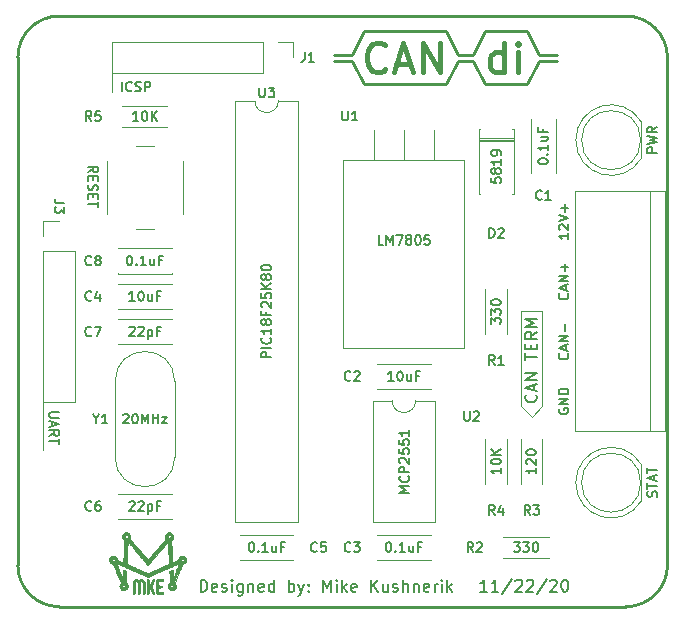
<source format=gbr>
%TF.GenerationSoftware,KiCad,Pcbnew,(5.1.5)-3*%
%TF.CreationDate,2020-11-26T13:06:47-06:00*%
%TF.ProjectId,CANdi_2,43414e64-695f-4322-9e6b-696361645f70,1A*%
%TF.SameCoordinates,Original*%
%TF.FileFunction,Legend,Top*%
%TF.FilePolarity,Positive*%
%FSLAX46Y46*%
G04 Gerber Fmt 4.6, Leading zero omitted, Abs format (unit mm)*
G04 Created by KiCad (PCBNEW (5.1.5)-3) date 2020-11-26 13:06:47*
%MOMM*%
%LPD*%
G04 APERTURE LIST*
%ADD10C,0.120000*%
%ADD11C,0.150000*%
%ADD12C,0.152400*%
%ADD13C,0.254000*%
%ADD14C,0.400000*%
%ADD15C,0.010000*%
G04 APERTURE END LIST*
D10*
X116000000Y-108920000D02*
X116920000Y-108000000D01*
X115080000Y-108000000D02*
X116000000Y-108920000D01*
X115080000Y-100000000D02*
X116920000Y-100000000D01*
X116920000Y-108000000D02*
X116920000Y-100000000D01*
X115080000Y-108000000D02*
X115080000Y-100000000D01*
D11*
X116357142Y-107068571D02*
X116404761Y-107116190D01*
X116452380Y-107259047D01*
X116452380Y-107354285D01*
X116404761Y-107497142D01*
X116309523Y-107592380D01*
X116214285Y-107640000D01*
X116023809Y-107687619D01*
X115880952Y-107687619D01*
X115690476Y-107640000D01*
X115595238Y-107592380D01*
X115500000Y-107497142D01*
X115452380Y-107354285D01*
X115452380Y-107259047D01*
X115500000Y-107116190D01*
X115547619Y-107068571D01*
X116166666Y-106687619D02*
X116166666Y-106211428D01*
X116452380Y-106782857D02*
X115452380Y-106449523D01*
X116452380Y-106116190D01*
X116452380Y-105782857D02*
X115452380Y-105782857D01*
X116452380Y-105211428D01*
X115452380Y-105211428D01*
X115452380Y-104116190D02*
X115452380Y-103544761D01*
X116452380Y-103830476D02*
X115452380Y-103830476D01*
X115928571Y-103211428D02*
X115928571Y-102878095D01*
X116452380Y-102735238D02*
X116452380Y-103211428D01*
X115452380Y-103211428D01*
X115452380Y-102735238D01*
X116452380Y-101735238D02*
X115976190Y-102068571D01*
X116452380Y-102306666D02*
X115452380Y-102306666D01*
X115452380Y-101925714D01*
X115500000Y-101830476D01*
X115547619Y-101782857D01*
X115642857Y-101735238D01*
X115785714Y-101735238D01*
X115880952Y-101782857D01*
X115928571Y-101830476D01*
X115976190Y-101925714D01*
X115976190Y-102306666D01*
X116452380Y-101306666D02*
X115452380Y-101306666D01*
X116166666Y-100973333D01*
X115452380Y-100640000D01*
X116452380Y-100640000D01*
D10*
X80470000Y-79830000D02*
X80470000Y-81400000D01*
X74670000Y-107680000D02*
X74670000Y-111750000D01*
D11*
X87971795Y-123735980D02*
X87971795Y-122735980D01*
X88209890Y-122735980D01*
X88352747Y-122783600D01*
X88447985Y-122878838D01*
X88495604Y-122974076D01*
X88543223Y-123164552D01*
X88543223Y-123307409D01*
X88495604Y-123497885D01*
X88447985Y-123593123D01*
X88352747Y-123688361D01*
X88209890Y-123735980D01*
X87971795Y-123735980D01*
X89352747Y-123688361D02*
X89257509Y-123735980D01*
X89067033Y-123735980D01*
X88971795Y-123688361D01*
X88924176Y-123593123D01*
X88924176Y-123212171D01*
X88971795Y-123116933D01*
X89067033Y-123069314D01*
X89257509Y-123069314D01*
X89352747Y-123116933D01*
X89400366Y-123212171D01*
X89400366Y-123307409D01*
X88924176Y-123402647D01*
X89781319Y-123688361D02*
X89876557Y-123735980D01*
X90067033Y-123735980D01*
X90162271Y-123688361D01*
X90209890Y-123593123D01*
X90209890Y-123545504D01*
X90162271Y-123450266D01*
X90067033Y-123402647D01*
X89924176Y-123402647D01*
X89828938Y-123355028D01*
X89781319Y-123259790D01*
X89781319Y-123212171D01*
X89828938Y-123116933D01*
X89924176Y-123069314D01*
X90067033Y-123069314D01*
X90162271Y-123116933D01*
X90638461Y-123735980D02*
X90638461Y-123069314D01*
X90638461Y-122735980D02*
X90590842Y-122783600D01*
X90638461Y-122831219D01*
X90686080Y-122783600D01*
X90638461Y-122735980D01*
X90638461Y-122831219D01*
X91543223Y-123069314D02*
X91543223Y-123878838D01*
X91495604Y-123974076D01*
X91447985Y-124021695D01*
X91352747Y-124069314D01*
X91209890Y-124069314D01*
X91114652Y-124021695D01*
X91543223Y-123688361D02*
X91447985Y-123735980D01*
X91257509Y-123735980D01*
X91162271Y-123688361D01*
X91114652Y-123640742D01*
X91067033Y-123545504D01*
X91067033Y-123259790D01*
X91114652Y-123164552D01*
X91162271Y-123116933D01*
X91257509Y-123069314D01*
X91447985Y-123069314D01*
X91543223Y-123116933D01*
X92019414Y-123069314D02*
X92019414Y-123735980D01*
X92019414Y-123164552D02*
X92067033Y-123116933D01*
X92162271Y-123069314D01*
X92305128Y-123069314D01*
X92400366Y-123116933D01*
X92447985Y-123212171D01*
X92447985Y-123735980D01*
X93305128Y-123688361D02*
X93209890Y-123735980D01*
X93019414Y-123735980D01*
X92924176Y-123688361D01*
X92876557Y-123593123D01*
X92876557Y-123212171D01*
X92924176Y-123116933D01*
X93019414Y-123069314D01*
X93209890Y-123069314D01*
X93305128Y-123116933D01*
X93352747Y-123212171D01*
X93352747Y-123307409D01*
X92876557Y-123402647D01*
X94209890Y-123735980D02*
X94209890Y-122735980D01*
X94209890Y-123688361D02*
X94114652Y-123735980D01*
X93924176Y-123735980D01*
X93828938Y-123688361D01*
X93781319Y-123640742D01*
X93733700Y-123545504D01*
X93733700Y-123259790D01*
X93781319Y-123164552D01*
X93828938Y-123116933D01*
X93924176Y-123069314D01*
X94114652Y-123069314D01*
X94209890Y-123116933D01*
X95447985Y-123735980D02*
X95447985Y-122735980D01*
X95447985Y-123116933D02*
X95543223Y-123069314D01*
X95733700Y-123069314D01*
X95828938Y-123116933D01*
X95876557Y-123164552D01*
X95924176Y-123259790D01*
X95924176Y-123545504D01*
X95876557Y-123640742D01*
X95828938Y-123688361D01*
X95733700Y-123735980D01*
X95543223Y-123735980D01*
X95447985Y-123688361D01*
X96257509Y-123069314D02*
X96495604Y-123735980D01*
X96733700Y-123069314D02*
X96495604Y-123735980D01*
X96400366Y-123974076D01*
X96352747Y-124021695D01*
X96257509Y-124069314D01*
X97114652Y-123640742D02*
X97162271Y-123688361D01*
X97114652Y-123735980D01*
X97067033Y-123688361D01*
X97114652Y-123640742D01*
X97114652Y-123735980D01*
X97114652Y-123116933D02*
X97162271Y-123164552D01*
X97114652Y-123212171D01*
X97067033Y-123164552D01*
X97114652Y-123116933D01*
X97114652Y-123212171D01*
X98352747Y-123735980D02*
X98352747Y-122735980D01*
X98686080Y-123450266D01*
X99019414Y-122735980D01*
X99019414Y-123735980D01*
X99495604Y-123735980D02*
X99495604Y-123069314D01*
X99495604Y-122735980D02*
X99447985Y-122783600D01*
X99495604Y-122831219D01*
X99543223Y-122783600D01*
X99495604Y-122735980D01*
X99495604Y-122831219D01*
X99971795Y-123735980D02*
X99971795Y-122735980D01*
X100067033Y-123355028D02*
X100352747Y-123735980D01*
X100352747Y-123069314D02*
X99971795Y-123450266D01*
X101162271Y-123688361D02*
X101067033Y-123735980D01*
X100876557Y-123735980D01*
X100781319Y-123688361D01*
X100733700Y-123593123D01*
X100733700Y-123212171D01*
X100781319Y-123116933D01*
X100876557Y-123069314D01*
X101067033Y-123069314D01*
X101162271Y-123116933D01*
X101209890Y-123212171D01*
X101209890Y-123307409D01*
X100733700Y-123402647D01*
X102400366Y-123735980D02*
X102400366Y-122735980D01*
X102971795Y-123735980D02*
X102543223Y-123164552D01*
X102971795Y-122735980D02*
X102400366Y-123307409D01*
X103828938Y-123069314D02*
X103828938Y-123735980D01*
X103400366Y-123069314D02*
X103400366Y-123593123D01*
X103447985Y-123688361D01*
X103543223Y-123735980D01*
X103686080Y-123735980D01*
X103781319Y-123688361D01*
X103828938Y-123640742D01*
X104257509Y-123688361D02*
X104352747Y-123735980D01*
X104543223Y-123735980D01*
X104638461Y-123688361D01*
X104686080Y-123593123D01*
X104686080Y-123545504D01*
X104638461Y-123450266D01*
X104543223Y-123402647D01*
X104400366Y-123402647D01*
X104305128Y-123355028D01*
X104257509Y-123259790D01*
X104257509Y-123212171D01*
X104305128Y-123116933D01*
X104400366Y-123069314D01*
X104543223Y-123069314D01*
X104638461Y-123116933D01*
X105114652Y-123735980D02*
X105114652Y-122735980D01*
X105543223Y-123735980D02*
X105543223Y-123212171D01*
X105495604Y-123116933D01*
X105400366Y-123069314D01*
X105257509Y-123069314D01*
X105162271Y-123116933D01*
X105114652Y-123164552D01*
X106019414Y-123069314D02*
X106019414Y-123735980D01*
X106019414Y-123164552D02*
X106067033Y-123116933D01*
X106162271Y-123069314D01*
X106305128Y-123069314D01*
X106400366Y-123116933D01*
X106447985Y-123212171D01*
X106447985Y-123735980D01*
X107305128Y-123688361D02*
X107209890Y-123735980D01*
X107019414Y-123735980D01*
X106924176Y-123688361D01*
X106876557Y-123593123D01*
X106876557Y-123212171D01*
X106924176Y-123116933D01*
X107019414Y-123069314D01*
X107209890Y-123069314D01*
X107305128Y-123116933D01*
X107352747Y-123212171D01*
X107352747Y-123307409D01*
X106876557Y-123402647D01*
X107781319Y-123735980D02*
X107781319Y-123069314D01*
X107781319Y-123259790D02*
X107828938Y-123164552D01*
X107876557Y-123116933D01*
X107971795Y-123069314D01*
X108067033Y-123069314D01*
X108400366Y-123735980D02*
X108400366Y-123069314D01*
X108400366Y-122735980D02*
X108352747Y-122783600D01*
X108400366Y-122831219D01*
X108447985Y-122783600D01*
X108400366Y-122735980D01*
X108400366Y-122831219D01*
X108876557Y-123735980D02*
X108876557Y-122735980D01*
X108971795Y-123355028D02*
X109257509Y-123735980D01*
X109257509Y-123069314D02*
X108876557Y-123450266D01*
X112242842Y-123719980D02*
X111671414Y-123719980D01*
X111957128Y-123719980D02*
X111957128Y-122719980D01*
X111861890Y-122862838D01*
X111766652Y-122958076D01*
X111671414Y-123005695D01*
X113195223Y-123719980D02*
X112623795Y-123719980D01*
X112909509Y-123719980D02*
X112909509Y-122719980D01*
X112814271Y-122862838D01*
X112719033Y-122958076D01*
X112623795Y-123005695D01*
X114338080Y-122672361D02*
X113480938Y-123958076D01*
X114623795Y-122815219D02*
X114671414Y-122767600D01*
X114766652Y-122719980D01*
X115004747Y-122719980D01*
X115099985Y-122767600D01*
X115147604Y-122815219D01*
X115195223Y-122910457D01*
X115195223Y-123005695D01*
X115147604Y-123148552D01*
X114576176Y-123719980D01*
X115195223Y-123719980D01*
X115576176Y-122815219D02*
X115623795Y-122767600D01*
X115719033Y-122719980D01*
X115957128Y-122719980D01*
X116052366Y-122767600D01*
X116099985Y-122815219D01*
X116147604Y-122910457D01*
X116147604Y-123005695D01*
X116099985Y-123148552D01*
X115528557Y-123719980D01*
X116147604Y-123719980D01*
X117290461Y-122672361D02*
X116433319Y-123958076D01*
X117576176Y-122815219D02*
X117623795Y-122767600D01*
X117719033Y-122719980D01*
X117957128Y-122719980D01*
X118052366Y-122767600D01*
X118099985Y-122815219D01*
X118147604Y-122910457D01*
X118147604Y-123005695D01*
X118099985Y-123148552D01*
X117528557Y-123719980D01*
X118147604Y-123719980D01*
X118766652Y-122719980D02*
X118861890Y-122719980D01*
X118957128Y-122767600D01*
X119004747Y-122815219D01*
X119052366Y-122910457D01*
X119099985Y-123100933D01*
X119099985Y-123339028D01*
X119052366Y-123529504D01*
X119004747Y-123624742D01*
X118957128Y-123672361D01*
X118861890Y-123719980D01*
X118766652Y-123719980D01*
X118671414Y-123672361D01*
X118623795Y-123624742D01*
X118576176Y-123529504D01*
X118528557Y-123339028D01*
X118528557Y-123100933D01*
X118576176Y-122910457D01*
X118623795Y-122815219D01*
X118671414Y-122767600D01*
X118766652Y-122719980D01*
D12*
X118343600Y-108239276D02*
X118304895Y-108316685D01*
X118304895Y-108432800D01*
X118343600Y-108548914D01*
X118421009Y-108626323D01*
X118498419Y-108665028D01*
X118653238Y-108703733D01*
X118769352Y-108703733D01*
X118924171Y-108665028D01*
X119001580Y-108626323D01*
X119078990Y-108548914D01*
X119117695Y-108432800D01*
X119117695Y-108355390D01*
X119078990Y-108239276D01*
X119040285Y-108200571D01*
X118769352Y-108200571D01*
X118769352Y-108355390D01*
X119117695Y-107852228D02*
X118304895Y-107852228D01*
X119117695Y-107387771D01*
X118304895Y-107387771D01*
X119117695Y-107000723D02*
X118304895Y-107000723D01*
X118304895Y-106807200D01*
X118343600Y-106691085D01*
X118421009Y-106613676D01*
X118498419Y-106574971D01*
X118653238Y-106536266D01*
X118769352Y-106536266D01*
X118924171Y-106574971D01*
X119001580Y-106613676D01*
X119078990Y-106691085D01*
X119117695Y-106807200D01*
X119117695Y-107000723D01*
X119117695Y-93386323D02*
X119117695Y-93850780D01*
X119117695Y-93618552D02*
X118304895Y-93618552D01*
X118421009Y-93695961D01*
X118498419Y-93773371D01*
X118537123Y-93850780D01*
X118382304Y-93076685D02*
X118343600Y-93037980D01*
X118304895Y-92960571D01*
X118304895Y-92767047D01*
X118343600Y-92689638D01*
X118382304Y-92650933D01*
X118459714Y-92612228D01*
X118537123Y-92612228D01*
X118653238Y-92650933D01*
X119117695Y-93115390D01*
X119117695Y-92612228D01*
X118304895Y-92380000D02*
X119117695Y-92109066D01*
X118304895Y-91838133D01*
X118808057Y-91567200D02*
X118808057Y-90947923D01*
X119117695Y-91257561D02*
X118498419Y-91257561D01*
X119040285Y-103565676D02*
X119078990Y-103604380D01*
X119117695Y-103720495D01*
X119117695Y-103797904D01*
X119078990Y-103914019D01*
X119001580Y-103991428D01*
X118924171Y-104030133D01*
X118769352Y-104068838D01*
X118653238Y-104068838D01*
X118498419Y-104030133D01*
X118421009Y-103991428D01*
X118343600Y-103914019D01*
X118304895Y-103797904D01*
X118304895Y-103720495D01*
X118343600Y-103604380D01*
X118382304Y-103565676D01*
X118885466Y-103256038D02*
X118885466Y-102868990D01*
X119117695Y-103333447D02*
X118304895Y-103062514D01*
X119117695Y-102791580D01*
X119117695Y-102520647D02*
X118304895Y-102520647D01*
X119117695Y-102056190D01*
X118304895Y-102056190D01*
X118808057Y-101669142D02*
X118808057Y-101049866D01*
X119040285Y-98485676D02*
X119078990Y-98524380D01*
X119117695Y-98640495D01*
X119117695Y-98717904D01*
X119078990Y-98834019D01*
X119001580Y-98911428D01*
X118924171Y-98950133D01*
X118769352Y-98988838D01*
X118653238Y-98988838D01*
X118498419Y-98950133D01*
X118421009Y-98911428D01*
X118343600Y-98834019D01*
X118304895Y-98717904D01*
X118304895Y-98640495D01*
X118343600Y-98524380D01*
X118382304Y-98485676D01*
X118885466Y-98176038D02*
X118885466Y-97788990D01*
X119117695Y-98253447D02*
X118304895Y-97982514D01*
X119117695Y-97711580D01*
X119117695Y-97440647D02*
X118304895Y-97440647D01*
X119117695Y-96976190D01*
X118304895Y-96976190D01*
X118808057Y-96589142D02*
X118808057Y-95969866D01*
X119117695Y-96279504D02*
X118498419Y-96279504D01*
D13*
X127500000Y-121500000D02*
G75*
G02X124000000Y-125000000I-3500000J0D01*
G01*
X124000000Y-75000000D02*
G75*
G02X127500000Y-78500000I0J-3500000D01*
G01*
X76000000Y-125000000D02*
G75*
G02X72500000Y-121500000I0J3500000D01*
G01*
X72500000Y-78500000D02*
G75*
G02X76000000Y-75000000I3500000J0D01*
G01*
X127500000Y-121500000D02*
X127500000Y-78500000D01*
X99272100Y-78764200D02*
X100772100Y-78764200D01*
X111022100Y-78764200D02*
X112022100Y-80764200D01*
X100772100Y-78764200D02*
X101772100Y-80764200D01*
X112022100Y-80764200D02*
X115620800Y-80764200D01*
X108772100Y-80764200D02*
X109772100Y-78764200D01*
X101772100Y-76264200D02*
X108772100Y-76264200D01*
X101772100Y-80764200D02*
X108772100Y-80764200D01*
X112022100Y-76264200D02*
X115620800Y-76264200D01*
X109772100Y-78764200D02*
X111022100Y-78764200D01*
X99272100Y-78264200D02*
X100772100Y-78264200D01*
X111022100Y-78264200D02*
X112022100Y-76264200D01*
D14*
X113656276Y-79745152D02*
X113656276Y-77245152D01*
X113656276Y-79626104D02*
X113418180Y-79745152D01*
X112941990Y-79745152D01*
X112703895Y-79626104D01*
X112584847Y-79507057D01*
X112465800Y-79268961D01*
X112465800Y-78554676D01*
X112584847Y-78316580D01*
X112703895Y-78197533D01*
X112941990Y-78078485D01*
X113418180Y-78078485D01*
X113656276Y-78197533D01*
X114846752Y-79745152D02*
X114846752Y-78078485D01*
X114846752Y-77245152D02*
X114727704Y-77364200D01*
X114846752Y-77483247D01*
X114965800Y-77364200D01*
X114846752Y-77245152D01*
X114846752Y-77483247D01*
X103599657Y-79507057D02*
X103480609Y-79626104D01*
X103123466Y-79745152D01*
X102885371Y-79745152D01*
X102528228Y-79626104D01*
X102290133Y-79388009D01*
X102171085Y-79149914D01*
X102052038Y-78673723D01*
X102052038Y-78316580D01*
X102171085Y-77840390D01*
X102290133Y-77602295D01*
X102528228Y-77364200D01*
X102885371Y-77245152D01*
X103123466Y-77245152D01*
X103480609Y-77364200D01*
X103599657Y-77483247D01*
X104552038Y-79030866D02*
X105742514Y-79030866D01*
X104313942Y-79745152D02*
X105147276Y-77245152D01*
X105980609Y-79745152D01*
X106813942Y-79745152D02*
X106813942Y-77245152D01*
X108242514Y-79745152D01*
X108242514Y-77245152D01*
D13*
X100772100Y-78264200D02*
X101772100Y-76264200D01*
X108772100Y-76264200D02*
X109772100Y-78264200D01*
X109772100Y-78264200D02*
X111022100Y-78264200D01*
X116620800Y-78764200D02*
X118120800Y-78764200D01*
X115620800Y-80764200D02*
X116620800Y-78764200D01*
X116620800Y-78264200D02*
X118120800Y-78264200D01*
X115620800Y-76264200D02*
X116620800Y-78264200D01*
X76000000Y-75000000D02*
X124000000Y-75000000D01*
X72500000Y-121500000D02*
X72500000Y-78500000D01*
X76000000Y-125000000D02*
X124000000Y-125000000D01*
D15*
G36*
X81750865Y-118710545D02*
G01*
X81806887Y-118723541D01*
X81888177Y-118766144D01*
X81953685Y-118826065D01*
X82001720Y-118899490D01*
X82030591Y-118982606D01*
X82038608Y-119071597D01*
X82024080Y-119162651D01*
X82014377Y-119191645D01*
X82000527Y-119231939D01*
X81996893Y-119256700D01*
X82002752Y-119273317D01*
X82005986Y-119277506D01*
X82080618Y-119365497D01*
X82168400Y-119468865D01*
X82266618Y-119584425D01*
X82372559Y-119708991D01*
X82483512Y-119839377D01*
X82596764Y-119972399D01*
X82709601Y-120104870D01*
X82819311Y-120233605D01*
X82923181Y-120355418D01*
X83018499Y-120467124D01*
X83102551Y-120565537D01*
X83166720Y-120640571D01*
X83501233Y-121031393D01*
X84238523Y-120170671D01*
X84347847Y-120042984D01*
X84452661Y-119920446D01*
X84551756Y-119804477D01*
X84643922Y-119696498D01*
X84727949Y-119597932D01*
X84802627Y-119510198D01*
X84866746Y-119434719D01*
X84919098Y-119372916D01*
X84958471Y-119326209D01*
X84983657Y-119296020D01*
X84993320Y-119283964D01*
X85002356Y-119265487D01*
X85002431Y-119243994D01*
X84992859Y-119211221D01*
X84985663Y-119191753D01*
X84963532Y-119100808D01*
X84964033Y-119053519D01*
X85186559Y-119053519D01*
X85197155Y-119110739D01*
X85225856Y-119154140D01*
X85268035Y-119180872D01*
X85319063Y-119188086D01*
X85374312Y-119172935D01*
X85377758Y-119171202D01*
X85415507Y-119139318D01*
X85436656Y-119095769D01*
X85441549Y-119047088D01*
X85430530Y-118999810D01*
X85403944Y-118960469D01*
X85365390Y-118936676D01*
X85319052Y-118924613D01*
X85283530Y-118928371D01*
X85248376Y-118950120D01*
X85232093Y-118964328D01*
X85202275Y-118996233D01*
X85188966Y-119025929D01*
X85186559Y-119053519D01*
X84964033Y-119053519D01*
X84964487Y-119010718D01*
X84986839Y-118925293D01*
X85028901Y-118848341D01*
X85088985Y-118783671D01*
X85165404Y-118735094D01*
X85193112Y-118723541D01*
X85227691Y-118715425D01*
X85275855Y-118709672D01*
X85316100Y-118707790D01*
X85407710Y-118717806D01*
X85488570Y-118750425D01*
X85560589Y-118806512D01*
X85580355Y-118827586D01*
X85632997Y-118904803D01*
X85662381Y-118987964D01*
X85668954Y-119073889D01*
X85653164Y-119159401D01*
X85615456Y-119241320D01*
X85556280Y-119316468D01*
X85505301Y-119361100D01*
X85472252Y-119386150D01*
X85522276Y-120306900D01*
X85530602Y-120457569D01*
X85538792Y-120600877D01*
X85546715Y-120734798D01*
X85554238Y-120857306D01*
X85561228Y-120966374D01*
X85567551Y-121059976D01*
X85573077Y-121136085D01*
X85577670Y-121192677D01*
X85581200Y-121227724D01*
X85583333Y-121239147D01*
X85598302Y-121238036D01*
X85633438Y-121227183D01*
X85685914Y-121207636D01*
X85752903Y-121180445D01*
X85826707Y-121148798D01*
X86059050Y-121046950D01*
X86061164Y-121038884D01*
X86294009Y-121038884D01*
X86301710Y-121085491D01*
X86327718Y-121127830D01*
X86363850Y-121155759D01*
X86414051Y-121169828D01*
X86466838Y-121161953D01*
X86508493Y-121137984D01*
X86543982Y-121093710D01*
X86556965Y-121042445D01*
X86546278Y-120989517D01*
X86542642Y-120981919D01*
X86515295Y-120943722D01*
X86478623Y-120923131D01*
X86425900Y-120916531D01*
X86420857Y-120916500D01*
X86368041Y-120926817D01*
X86328446Y-120954211D01*
X86303345Y-120993345D01*
X86294009Y-121038884D01*
X86061164Y-121038884D01*
X86079408Y-120969294D01*
X86114976Y-120876666D01*
X86167015Y-120800754D01*
X86232586Y-120742958D01*
X86308752Y-120704682D01*
X86392575Y-120687329D01*
X86481116Y-120692299D01*
X86571437Y-120720996D01*
X86585554Y-120727732D01*
X86664239Y-120779180D01*
X86721815Y-120844540D01*
X86758540Y-120924241D01*
X86774674Y-121018714D01*
X86775509Y-121043500D01*
X86764437Y-121134669D01*
X86731055Y-121217566D01*
X86678000Y-121288710D01*
X86607905Y-121344620D01*
X86523406Y-121381814D01*
X86518320Y-121383268D01*
X86476968Y-121395793D01*
X86451039Y-121409167D01*
X86432630Y-121430211D01*
X86413838Y-121465744D01*
X86407643Y-121478769D01*
X86396616Y-121503886D01*
X86377125Y-121550287D01*
X86350110Y-121615664D01*
X86316512Y-121697706D01*
X86277270Y-121794103D01*
X86233325Y-121902546D01*
X86185618Y-122020726D01*
X86135088Y-122146331D01*
X86084081Y-122273545D01*
X85795765Y-122993790D01*
X85834761Y-123055281D01*
X85876045Y-123142065D01*
X85893275Y-123232034D01*
X85886485Y-123321859D01*
X85855711Y-123408211D01*
X85830578Y-123450150D01*
X85767605Y-123521046D01*
X85693477Y-123571094D01*
X85611883Y-123599845D01*
X85526516Y-123606849D01*
X85441067Y-123591659D01*
X85359225Y-123553826D01*
X85306358Y-123513898D01*
X85246522Y-123448686D01*
X85209195Y-123378678D01*
X85192301Y-123298697D01*
X85191986Y-123252103D01*
X85409933Y-123252103D01*
X85411563Y-123279672D01*
X85433265Y-123324785D01*
X85471691Y-123357964D01*
X85519869Y-123376416D01*
X85570827Y-123377347D01*
X85613712Y-123360630D01*
X85648212Y-123324467D01*
X85665932Y-123277119D01*
X85666454Y-123226273D01*
X85649360Y-123179612D01*
X85625065Y-123152250D01*
X85583697Y-123132958D01*
X85532166Y-123126306D01*
X85482860Y-123133251D01*
X85466589Y-123140022D01*
X85439861Y-123166194D01*
X85419586Y-123207082D01*
X85409933Y-123252103D01*
X85191986Y-123252103D01*
X85191825Y-123228455D01*
X85197571Y-123174207D01*
X85207132Y-123125489D01*
X85218392Y-123092611D01*
X85248240Y-123048099D01*
X85290144Y-123000592D01*
X85334548Y-122960438D01*
X85351814Y-122948146D01*
X85381179Y-122929450D01*
X85354964Y-122460633D01*
X85349121Y-122354234D01*
X85343938Y-122256093D01*
X85339548Y-122169031D01*
X85336085Y-122095871D01*
X85333680Y-122039436D01*
X85332469Y-122002547D01*
X85332584Y-121988028D01*
X85332635Y-121987931D01*
X85345901Y-121980873D01*
X85376333Y-121966903D01*
X85418281Y-121948426D01*
X85466093Y-121927847D01*
X85514119Y-121907571D01*
X85556710Y-121890005D01*
X85588216Y-121877551D01*
X85602985Y-121872617D01*
X85603406Y-121872672D01*
X85604920Y-121885656D01*
X85607608Y-121920689D01*
X85611254Y-121974456D01*
X85615640Y-122043644D01*
X85620552Y-122124940D01*
X85625772Y-122215030D01*
X85625877Y-122216877D01*
X85631181Y-122307247D01*
X85636318Y-122389012D01*
X85641053Y-122458830D01*
X85645146Y-122513360D01*
X85648361Y-122549261D01*
X85650460Y-122563191D01*
X85650483Y-122563216D01*
X85657085Y-122553566D01*
X85672554Y-122521009D01*
X85696569Y-122466316D01*
X85728810Y-122390259D01*
X85768955Y-122293611D01*
X85816685Y-122177144D01*
X85871677Y-122041630D01*
X85933612Y-121887841D01*
X86001494Y-121718236D01*
X86038357Y-121625283D01*
X86071702Y-121540033D01*
X86100467Y-121465297D01*
X86123587Y-121403886D01*
X86140000Y-121358611D01*
X86148643Y-121332282D01*
X86149608Y-121326674D01*
X86136613Y-121329523D01*
X86104439Y-121341152D01*
X86057098Y-121359983D01*
X85998604Y-121384438D01*
X85955354Y-121403102D01*
X85881551Y-121435354D01*
X85795912Y-121472815D01*
X85701272Y-121514241D01*
X85600464Y-121558391D01*
X85496323Y-121604021D01*
X85391682Y-121649889D01*
X85289377Y-121694751D01*
X85192240Y-121737364D01*
X85103106Y-121776486D01*
X85024810Y-121810874D01*
X84960185Y-121839285D01*
X84912065Y-121860476D01*
X84883285Y-121873204D01*
X84877950Y-121875590D01*
X84858172Y-121884354D01*
X84817841Y-121902089D01*
X84759681Y-121927602D01*
X84686418Y-121959698D01*
X84600774Y-121997185D01*
X84505475Y-122038870D01*
X84403245Y-122083558D01*
X84369950Y-122098107D01*
X84266098Y-122143493D01*
X84168316Y-122186247D01*
X84079329Y-122225177D01*
X84001860Y-122259090D01*
X83938635Y-122286794D01*
X83892377Y-122307094D01*
X83865812Y-122318799D01*
X83861950Y-122320519D01*
X83836290Y-122331850D01*
X83792932Y-122350799D01*
X83737497Y-122374919D01*
X83675607Y-122401758D01*
X83662397Y-122407475D01*
X83500945Y-122477328D01*
X82976597Y-122248669D01*
X82866930Y-122200829D01*
X82763355Y-122155616D01*
X82668426Y-122114148D01*
X82584695Y-122077541D01*
X82514716Y-122046911D01*
X82461042Y-122023375D01*
X82426226Y-122008049D01*
X82414150Y-122002672D01*
X82390556Y-121992141D01*
X82345609Y-121972282D01*
X82281232Y-121943939D01*
X82199346Y-121907954D01*
X82101873Y-121865171D01*
X81990737Y-121816433D01*
X81867857Y-121762583D01*
X81735158Y-121704464D01*
X81594560Y-121642920D01*
X81447987Y-121578792D01*
X81379100Y-121548664D01*
X81252799Y-121493496D01*
X81147836Y-121447806D01*
X81062316Y-121410807D01*
X80998353Y-121383423D01*
X81709299Y-121383423D01*
X82220475Y-121606870D01*
X82346410Y-121661951D01*
X82481228Y-121720974D01*
X82619606Y-121781606D01*
X82756225Y-121841513D01*
X82885766Y-121898363D01*
X83002907Y-121949823D01*
X83102328Y-121993559D01*
X83106300Y-121995308D01*
X83197766Y-122035399D01*
X83282097Y-122071998D01*
X83356406Y-122103881D01*
X83417809Y-122129825D01*
X83463419Y-122148605D01*
X83490350Y-122158998D01*
X83496242Y-122160700D01*
X83512134Y-122155982D01*
X83547492Y-122142593D01*
X83598518Y-122122066D01*
X83661418Y-122095931D01*
X83732395Y-122065721D01*
X83743892Y-122060765D01*
X83797476Y-122037539D01*
X83869999Y-122005972D01*
X83958125Y-121967527D01*
X84058519Y-121923665D01*
X84167845Y-121875849D01*
X84282767Y-121825540D01*
X84399949Y-121774200D01*
X84516055Y-121723291D01*
X84627749Y-121674274D01*
X84731696Y-121628613D01*
X84824559Y-121587768D01*
X84903003Y-121553202D01*
X84963692Y-121526377D01*
X84992250Y-121513689D01*
X85025795Y-121498835D01*
X85074844Y-121477244D01*
X85131619Y-121452334D01*
X85166875Y-121436905D01*
X85222337Y-121412076D01*
X85258337Y-121393858D01*
X85278966Y-121379363D01*
X85288318Y-121365702D01*
X85290485Y-121349985D01*
X85290484Y-121349661D01*
X85289717Y-121320452D01*
X85287735Y-121269861D01*
X85284670Y-121200384D01*
X85280653Y-121114516D01*
X85275818Y-121014752D01*
X85270297Y-120903591D01*
X85264220Y-120783526D01*
X85257721Y-120657054D01*
X85250932Y-120526672D01*
X85243985Y-120394875D01*
X85237012Y-120264159D01*
X85230145Y-120137020D01*
X85223516Y-120015954D01*
X85217258Y-119903457D01*
X85211502Y-119802025D01*
X85206381Y-119714154D01*
X85202027Y-119642340D01*
X85198572Y-119589078D01*
X85196148Y-119556866D01*
X85195105Y-119548075D01*
X85182557Y-119533310D01*
X85177735Y-119532200D01*
X85167206Y-119541595D01*
X85141060Y-119569822D01*
X85099246Y-119616942D01*
X85041711Y-119683016D01*
X84968403Y-119768106D01*
X84879269Y-119872273D01*
X84774257Y-119995578D01*
X84653315Y-120138082D01*
X84516391Y-120299848D01*
X84363433Y-120480935D01*
X84194387Y-120681406D01*
X84009203Y-120901322D01*
X83887350Y-121046167D01*
X83809994Y-121137991D01*
X83737637Y-121223578D01*
X83671913Y-121301016D01*
X83614454Y-121368395D01*
X83566895Y-121423805D01*
X83530868Y-121465337D01*
X83508008Y-121491079D01*
X83500000Y-121499174D01*
X83491043Y-121489684D01*
X83466961Y-121462175D01*
X83428969Y-121418077D01*
X83378281Y-121358819D01*
X83316112Y-121285830D01*
X83243675Y-121200538D01*
X83162185Y-121104373D01*
X83072855Y-120998764D01*
X82976902Y-120885139D01*
X82875538Y-120764929D01*
X82814200Y-120692102D01*
X82665741Y-120515752D01*
X82532798Y-120357832D01*
X82414510Y-120217357D01*
X82310014Y-120093344D01*
X82218450Y-119984807D01*
X82138955Y-119890762D01*
X82070667Y-119810225D01*
X82012725Y-119742210D01*
X81964268Y-119685735D01*
X81924432Y-119639813D01*
X81892358Y-119603461D01*
X81867182Y-119575694D01*
X81848044Y-119555527D01*
X81834082Y-119541977D01*
X81824433Y-119534058D01*
X81818236Y-119530786D01*
X81814630Y-119531177D01*
X81812752Y-119534246D01*
X81811742Y-119539008D01*
X81810737Y-119544479D01*
X81810509Y-119545392D01*
X81808656Y-119552970D01*
X81806897Y-119562282D01*
X81805123Y-119575059D01*
X81803229Y-119593030D01*
X81801104Y-119617926D01*
X81798642Y-119651475D01*
X81795734Y-119695409D01*
X81792274Y-119751456D01*
X81788151Y-119821347D01*
X81783260Y-119906811D01*
X81777492Y-120009579D01*
X81770739Y-120131379D01*
X81762893Y-120273943D01*
X81753847Y-120438999D01*
X81747177Y-120560900D01*
X81740002Y-120693263D01*
X81733271Y-120819714D01*
X81727114Y-120937658D01*
X81721661Y-121044500D01*
X81717041Y-121137644D01*
X81713384Y-121214496D01*
X81710821Y-121272459D01*
X81709480Y-121308939D01*
X81709309Y-121318236D01*
X81709299Y-121383423D01*
X80998353Y-121383423D01*
X80994344Y-121381707D01*
X80942027Y-121359716D01*
X80903471Y-121344045D01*
X80876781Y-121333902D01*
X80860063Y-121328499D01*
X80851422Y-121327045D01*
X80849364Y-121327702D01*
X80852934Y-121340052D01*
X80864993Y-121373260D01*
X80884472Y-121424650D01*
X80910303Y-121491546D01*
X80941418Y-121571271D01*
X80976749Y-121661151D01*
X81015229Y-121758508D01*
X81055789Y-121860666D01*
X81097363Y-121964951D01*
X81138880Y-122068685D01*
X81179275Y-122169192D01*
X81217478Y-122263798D01*
X81252423Y-122349824D01*
X81283041Y-122424596D01*
X81308264Y-122485438D01*
X81327024Y-122529673D01*
X81338253Y-122554625D01*
X81340764Y-122559094D01*
X81344865Y-122558582D01*
X81348830Y-122546791D01*
X81352843Y-122521715D01*
X81357083Y-122481351D01*
X81361731Y-122423691D01*
X81366970Y-122346731D01*
X81372979Y-122248466D01*
X81379941Y-122126889D01*
X81380159Y-122123000D01*
X81384575Y-122046616D01*
X81388732Y-121979466D01*
X81392365Y-121925460D01*
X81395210Y-121888504D01*
X81397001Y-121872507D01*
X81397139Y-121872174D01*
X81409274Y-121875678D01*
X81439972Y-121887574D01*
X81484563Y-121905982D01*
X81537168Y-121928498D01*
X81674069Y-121987998D01*
X81666479Y-122084074D01*
X81663628Y-122125755D01*
X81659992Y-122187440D01*
X81655858Y-122263754D01*
X81651515Y-122349322D01*
X81647250Y-122438771D01*
X81646013Y-122465900D01*
X81641917Y-122554871D01*
X81637789Y-122641043D01*
X81633891Y-122719190D01*
X81630488Y-122784086D01*
X81627840Y-122830503D01*
X81627195Y-122840596D01*
X81621252Y-122929543D01*
X81666253Y-122960377D01*
X81714185Y-123003641D01*
X81758360Y-123061762D01*
X81791260Y-123124479D01*
X81796185Y-123137720D01*
X81809773Y-123207458D01*
X81809133Y-123286078D01*
X81794948Y-123361899D01*
X81780856Y-123399833D01*
X81734167Y-123472369D01*
X81669858Y-123532953D01*
X81593577Y-123577955D01*
X81510974Y-123603746D01*
X81456169Y-123608485D01*
X81416992Y-123603924D01*
X81369017Y-123592821D01*
X81346187Y-123585718D01*
X81273464Y-123552165D01*
X81213797Y-123504154D01*
X81165176Y-123443800D01*
X81123942Y-123362544D01*
X81106292Y-123275406D01*
X81106496Y-123272328D01*
X81331644Y-123272328D01*
X81349157Y-123317357D01*
X81381355Y-123352608D01*
X81423266Y-123375147D01*
X81469916Y-123382041D01*
X81516332Y-123370355D01*
X81548509Y-123347126D01*
X81579902Y-123300488D01*
X81591397Y-123247500D01*
X81581323Y-123196197D01*
X81580335Y-123194055D01*
X81553574Y-123160690D01*
X81513050Y-123133979D01*
X81468562Y-123118958D01*
X81434702Y-123119203D01*
X81392833Y-123140421D01*
X81356098Y-123176914D01*
X81334178Y-123218968D01*
X81333789Y-123220456D01*
X81331644Y-123272328D01*
X81106496Y-123272328D01*
X81112225Y-123185936D01*
X81141740Y-123097680D01*
X81165235Y-123055285D01*
X81204229Y-122993798D01*
X80960112Y-122383774D01*
X80889600Y-122207645D01*
X80827869Y-122053650D01*
X80774306Y-121920326D01*
X80728296Y-121806208D01*
X80689229Y-121709832D01*
X80656489Y-121629733D01*
X80629465Y-121564448D01*
X80607543Y-121512510D01*
X80590110Y-121472458D01*
X80576552Y-121442825D01*
X80566257Y-121422148D01*
X80558612Y-121408963D01*
X80553003Y-121401804D01*
X80548818Y-121399208D01*
X80547827Y-121399100D01*
X80500977Y-121391146D01*
X80444773Y-121370057D01*
X80388467Y-121339988D01*
X80344073Y-121307567D01*
X80280988Y-121237773D01*
X80241611Y-121159587D01*
X80225114Y-121071178D01*
X80224490Y-121043500D01*
X80224760Y-121038600D01*
X80443983Y-121038600D01*
X80453044Y-121084153D01*
X80485949Y-121130068D01*
X80491356Y-121135610D01*
X80518484Y-121159309D01*
X80543724Y-121168758D01*
X80579371Y-121167991D01*
X80587378Y-121167133D01*
X80637349Y-121154900D01*
X80672497Y-121133446D01*
X80694661Y-121095107D01*
X80701733Y-121046008D01*
X80694022Y-120995586D01*
X80671836Y-120953281D01*
X80666401Y-120947329D01*
X80622088Y-120918940D01*
X80572115Y-120911638D01*
X80522858Y-120924141D01*
X80480691Y-120955167D01*
X80457817Y-120989264D01*
X80443983Y-121038600D01*
X80224760Y-121038600D01*
X80227275Y-120992960D01*
X80233629Y-120946597D01*
X80240241Y-120920512D01*
X80282881Y-120839172D01*
X80342936Y-120773610D01*
X80416665Y-120725545D01*
X80500329Y-120696697D01*
X80590185Y-120688785D01*
X80682495Y-120703530D01*
X80700115Y-120709073D01*
X80764207Y-120742092D01*
X80824579Y-120793030D01*
X80873980Y-120854651D01*
X80902150Y-120910647D01*
X80916658Y-120952351D01*
X80928638Y-120985210D01*
X80940973Y-121011437D01*
X80956548Y-121033242D01*
X80978247Y-121052838D01*
X81008956Y-121072436D01*
X81051558Y-121094248D01*
X81108937Y-121120487D01*
X81183979Y-121153364D01*
X81264438Y-121188457D01*
X81318031Y-121211590D01*
X81363008Y-121230372D01*
X81394344Y-121242745D01*
X81406738Y-121246700D01*
X81414982Y-121235650D01*
X81422621Y-121208717D01*
X81423222Y-121205425D01*
X81425291Y-121184864D01*
X81428505Y-121141599D01*
X81432717Y-121078292D01*
X81437779Y-120997605D01*
X81443543Y-120902201D01*
X81449861Y-120794742D01*
X81456585Y-120677890D01*
X81463567Y-120554307D01*
X81470658Y-120426657D01*
X81477712Y-120297602D01*
X81484579Y-120169803D01*
X81491112Y-120045924D01*
X81497163Y-119928626D01*
X81502584Y-119820573D01*
X81507226Y-119724426D01*
X81510943Y-119642848D01*
X81513415Y-119583000D01*
X81521412Y-119373450D01*
X81476785Y-119344011D01*
X81423239Y-119295603D01*
X81378110Y-119230029D01*
X81345450Y-119155145D01*
X81329313Y-119078806D01*
X81328470Y-119060007D01*
X81556900Y-119060007D01*
X81560467Y-119095407D01*
X81574877Y-119122864D01*
X81603385Y-119151283D01*
X81635741Y-119176516D01*
X81662737Y-119186713D01*
X81695779Y-119185921D01*
X81699621Y-119185425D01*
X81738545Y-119175563D01*
X81769771Y-119159965D01*
X81773307Y-119157090D01*
X81805058Y-119113540D01*
X81816572Y-119063601D01*
X81808854Y-119013756D01*
X81782908Y-118970490D01*
X81739740Y-118940284D01*
X81739703Y-118940268D01*
X81687356Y-118927495D01*
X81640823Y-118937479D01*
X81595126Y-118971334D01*
X81593372Y-118973073D01*
X81566413Y-119008631D01*
X81557154Y-119049191D01*
X81556900Y-119060007D01*
X81328470Y-119060007D01*
X81328300Y-119056236D01*
X81340198Y-118975055D01*
X81373341Y-118895660D01*
X81423901Y-118823900D01*
X81488050Y-118765627D01*
X81537366Y-118736743D01*
X81601729Y-118716467D01*
X81676641Y-118707551D01*
X81750865Y-118710545D01*
G37*
X81750865Y-118710545D02*
X81806887Y-118723541D01*
X81888177Y-118766144D01*
X81953685Y-118826065D01*
X82001720Y-118899490D01*
X82030591Y-118982606D01*
X82038608Y-119071597D01*
X82024080Y-119162651D01*
X82014377Y-119191645D01*
X82000527Y-119231939D01*
X81996893Y-119256700D01*
X82002752Y-119273317D01*
X82005986Y-119277506D01*
X82080618Y-119365497D01*
X82168400Y-119468865D01*
X82266618Y-119584425D01*
X82372559Y-119708991D01*
X82483512Y-119839377D01*
X82596764Y-119972399D01*
X82709601Y-120104870D01*
X82819311Y-120233605D01*
X82923181Y-120355418D01*
X83018499Y-120467124D01*
X83102551Y-120565537D01*
X83166720Y-120640571D01*
X83501233Y-121031393D01*
X84238523Y-120170671D01*
X84347847Y-120042984D01*
X84452661Y-119920446D01*
X84551756Y-119804477D01*
X84643922Y-119696498D01*
X84727949Y-119597932D01*
X84802627Y-119510198D01*
X84866746Y-119434719D01*
X84919098Y-119372916D01*
X84958471Y-119326209D01*
X84983657Y-119296020D01*
X84993320Y-119283964D01*
X85002356Y-119265487D01*
X85002431Y-119243994D01*
X84992859Y-119211221D01*
X84985663Y-119191753D01*
X84963532Y-119100808D01*
X84964033Y-119053519D01*
X85186559Y-119053519D01*
X85197155Y-119110739D01*
X85225856Y-119154140D01*
X85268035Y-119180872D01*
X85319063Y-119188086D01*
X85374312Y-119172935D01*
X85377758Y-119171202D01*
X85415507Y-119139318D01*
X85436656Y-119095769D01*
X85441549Y-119047088D01*
X85430530Y-118999810D01*
X85403944Y-118960469D01*
X85365390Y-118936676D01*
X85319052Y-118924613D01*
X85283530Y-118928371D01*
X85248376Y-118950120D01*
X85232093Y-118964328D01*
X85202275Y-118996233D01*
X85188966Y-119025929D01*
X85186559Y-119053519D01*
X84964033Y-119053519D01*
X84964487Y-119010718D01*
X84986839Y-118925293D01*
X85028901Y-118848341D01*
X85088985Y-118783671D01*
X85165404Y-118735094D01*
X85193112Y-118723541D01*
X85227691Y-118715425D01*
X85275855Y-118709672D01*
X85316100Y-118707790D01*
X85407710Y-118717806D01*
X85488570Y-118750425D01*
X85560589Y-118806512D01*
X85580355Y-118827586D01*
X85632997Y-118904803D01*
X85662381Y-118987964D01*
X85668954Y-119073889D01*
X85653164Y-119159401D01*
X85615456Y-119241320D01*
X85556280Y-119316468D01*
X85505301Y-119361100D01*
X85472252Y-119386150D01*
X85522276Y-120306900D01*
X85530602Y-120457569D01*
X85538792Y-120600877D01*
X85546715Y-120734798D01*
X85554238Y-120857306D01*
X85561228Y-120966374D01*
X85567551Y-121059976D01*
X85573077Y-121136085D01*
X85577670Y-121192677D01*
X85581200Y-121227724D01*
X85583333Y-121239147D01*
X85598302Y-121238036D01*
X85633438Y-121227183D01*
X85685914Y-121207636D01*
X85752903Y-121180445D01*
X85826707Y-121148798D01*
X86059050Y-121046950D01*
X86061164Y-121038884D01*
X86294009Y-121038884D01*
X86301710Y-121085491D01*
X86327718Y-121127830D01*
X86363850Y-121155759D01*
X86414051Y-121169828D01*
X86466838Y-121161953D01*
X86508493Y-121137984D01*
X86543982Y-121093710D01*
X86556965Y-121042445D01*
X86546278Y-120989517D01*
X86542642Y-120981919D01*
X86515295Y-120943722D01*
X86478623Y-120923131D01*
X86425900Y-120916531D01*
X86420857Y-120916500D01*
X86368041Y-120926817D01*
X86328446Y-120954211D01*
X86303345Y-120993345D01*
X86294009Y-121038884D01*
X86061164Y-121038884D01*
X86079408Y-120969294D01*
X86114976Y-120876666D01*
X86167015Y-120800754D01*
X86232586Y-120742958D01*
X86308752Y-120704682D01*
X86392575Y-120687329D01*
X86481116Y-120692299D01*
X86571437Y-120720996D01*
X86585554Y-120727732D01*
X86664239Y-120779180D01*
X86721815Y-120844540D01*
X86758540Y-120924241D01*
X86774674Y-121018714D01*
X86775509Y-121043500D01*
X86764437Y-121134669D01*
X86731055Y-121217566D01*
X86678000Y-121288710D01*
X86607905Y-121344620D01*
X86523406Y-121381814D01*
X86518320Y-121383268D01*
X86476968Y-121395793D01*
X86451039Y-121409167D01*
X86432630Y-121430211D01*
X86413838Y-121465744D01*
X86407643Y-121478769D01*
X86396616Y-121503886D01*
X86377125Y-121550287D01*
X86350110Y-121615664D01*
X86316512Y-121697706D01*
X86277270Y-121794103D01*
X86233325Y-121902546D01*
X86185618Y-122020726D01*
X86135088Y-122146331D01*
X86084081Y-122273545D01*
X85795765Y-122993790D01*
X85834761Y-123055281D01*
X85876045Y-123142065D01*
X85893275Y-123232034D01*
X85886485Y-123321859D01*
X85855711Y-123408211D01*
X85830578Y-123450150D01*
X85767605Y-123521046D01*
X85693477Y-123571094D01*
X85611883Y-123599845D01*
X85526516Y-123606849D01*
X85441067Y-123591659D01*
X85359225Y-123553826D01*
X85306358Y-123513898D01*
X85246522Y-123448686D01*
X85209195Y-123378678D01*
X85192301Y-123298697D01*
X85191986Y-123252103D01*
X85409933Y-123252103D01*
X85411563Y-123279672D01*
X85433265Y-123324785D01*
X85471691Y-123357964D01*
X85519869Y-123376416D01*
X85570827Y-123377347D01*
X85613712Y-123360630D01*
X85648212Y-123324467D01*
X85665932Y-123277119D01*
X85666454Y-123226273D01*
X85649360Y-123179612D01*
X85625065Y-123152250D01*
X85583697Y-123132958D01*
X85532166Y-123126306D01*
X85482860Y-123133251D01*
X85466589Y-123140022D01*
X85439861Y-123166194D01*
X85419586Y-123207082D01*
X85409933Y-123252103D01*
X85191986Y-123252103D01*
X85191825Y-123228455D01*
X85197571Y-123174207D01*
X85207132Y-123125489D01*
X85218392Y-123092611D01*
X85248240Y-123048099D01*
X85290144Y-123000592D01*
X85334548Y-122960438D01*
X85351814Y-122948146D01*
X85381179Y-122929450D01*
X85354964Y-122460633D01*
X85349121Y-122354234D01*
X85343938Y-122256093D01*
X85339548Y-122169031D01*
X85336085Y-122095871D01*
X85333680Y-122039436D01*
X85332469Y-122002547D01*
X85332584Y-121988028D01*
X85332635Y-121987931D01*
X85345901Y-121980873D01*
X85376333Y-121966903D01*
X85418281Y-121948426D01*
X85466093Y-121927847D01*
X85514119Y-121907571D01*
X85556710Y-121890005D01*
X85588216Y-121877551D01*
X85602985Y-121872617D01*
X85603406Y-121872672D01*
X85604920Y-121885656D01*
X85607608Y-121920689D01*
X85611254Y-121974456D01*
X85615640Y-122043644D01*
X85620552Y-122124940D01*
X85625772Y-122215030D01*
X85625877Y-122216877D01*
X85631181Y-122307247D01*
X85636318Y-122389012D01*
X85641053Y-122458830D01*
X85645146Y-122513360D01*
X85648361Y-122549261D01*
X85650460Y-122563191D01*
X85650483Y-122563216D01*
X85657085Y-122553566D01*
X85672554Y-122521009D01*
X85696569Y-122466316D01*
X85728810Y-122390259D01*
X85768955Y-122293611D01*
X85816685Y-122177144D01*
X85871677Y-122041630D01*
X85933612Y-121887841D01*
X86001494Y-121718236D01*
X86038357Y-121625283D01*
X86071702Y-121540033D01*
X86100467Y-121465297D01*
X86123587Y-121403886D01*
X86140000Y-121358611D01*
X86148643Y-121332282D01*
X86149608Y-121326674D01*
X86136613Y-121329523D01*
X86104439Y-121341152D01*
X86057098Y-121359983D01*
X85998604Y-121384438D01*
X85955354Y-121403102D01*
X85881551Y-121435354D01*
X85795912Y-121472815D01*
X85701272Y-121514241D01*
X85600464Y-121558391D01*
X85496323Y-121604021D01*
X85391682Y-121649889D01*
X85289377Y-121694751D01*
X85192240Y-121737364D01*
X85103106Y-121776486D01*
X85024810Y-121810874D01*
X84960185Y-121839285D01*
X84912065Y-121860476D01*
X84883285Y-121873204D01*
X84877950Y-121875590D01*
X84858172Y-121884354D01*
X84817841Y-121902089D01*
X84759681Y-121927602D01*
X84686418Y-121959698D01*
X84600774Y-121997185D01*
X84505475Y-122038870D01*
X84403245Y-122083558D01*
X84369950Y-122098107D01*
X84266098Y-122143493D01*
X84168316Y-122186247D01*
X84079329Y-122225177D01*
X84001860Y-122259090D01*
X83938635Y-122286794D01*
X83892377Y-122307094D01*
X83865812Y-122318799D01*
X83861950Y-122320519D01*
X83836290Y-122331850D01*
X83792932Y-122350799D01*
X83737497Y-122374919D01*
X83675607Y-122401758D01*
X83662397Y-122407475D01*
X83500945Y-122477328D01*
X82976597Y-122248669D01*
X82866930Y-122200829D01*
X82763355Y-122155616D01*
X82668426Y-122114148D01*
X82584695Y-122077541D01*
X82514716Y-122046911D01*
X82461042Y-122023375D01*
X82426226Y-122008049D01*
X82414150Y-122002672D01*
X82390556Y-121992141D01*
X82345609Y-121972282D01*
X82281232Y-121943939D01*
X82199346Y-121907954D01*
X82101873Y-121865171D01*
X81990737Y-121816433D01*
X81867857Y-121762583D01*
X81735158Y-121704464D01*
X81594560Y-121642920D01*
X81447987Y-121578792D01*
X81379100Y-121548664D01*
X81252799Y-121493496D01*
X81147836Y-121447806D01*
X81062316Y-121410807D01*
X80998353Y-121383423D01*
X81709299Y-121383423D01*
X82220475Y-121606870D01*
X82346410Y-121661951D01*
X82481228Y-121720974D01*
X82619606Y-121781606D01*
X82756225Y-121841513D01*
X82885766Y-121898363D01*
X83002907Y-121949823D01*
X83102328Y-121993559D01*
X83106300Y-121995308D01*
X83197766Y-122035399D01*
X83282097Y-122071998D01*
X83356406Y-122103881D01*
X83417809Y-122129825D01*
X83463419Y-122148605D01*
X83490350Y-122158998D01*
X83496242Y-122160700D01*
X83512134Y-122155982D01*
X83547492Y-122142593D01*
X83598518Y-122122066D01*
X83661418Y-122095931D01*
X83732395Y-122065721D01*
X83743892Y-122060765D01*
X83797476Y-122037539D01*
X83869999Y-122005972D01*
X83958125Y-121967527D01*
X84058519Y-121923665D01*
X84167845Y-121875849D01*
X84282767Y-121825540D01*
X84399949Y-121774200D01*
X84516055Y-121723291D01*
X84627749Y-121674274D01*
X84731696Y-121628613D01*
X84824559Y-121587768D01*
X84903003Y-121553202D01*
X84963692Y-121526377D01*
X84992250Y-121513689D01*
X85025795Y-121498835D01*
X85074844Y-121477244D01*
X85131619Y-121452334D01*
X85166875Y-121436905D01*
X85222337Y-121412076D01*
X85258337Y-121393858D01*
X85278966Y-121379363D01*
X85288318Y-121365702D01*
X85290485Y-121349985D01*
X85290484Y-121349661D01*
X85289717Y-121320452D01*
X85287735Y-121269861D01*
X85284670Y-121200384D01*
X85280653Y-121114516D01*
X85275818Y-121014752D01*
X85270297Y-120903591D01*
X85264220Y-120783526D01*
X85257721Y-120657054D01*
X85250932Y-120526672D01*
X85243985Y-120394875D01*
X85237012Y-120264159D01*
X85230145Y-120137020D01*
X85223516Y-120015954D01*
X85217258Y-119903457D01*
X85211502Y-119802025D01*
X85206381Y-119714154D01*
X85202027Y-119642340D01*
X85198572Y-119589078D01*
X85196148Y-119556866D01*
X85195105Y-119548075D01*
X85182557Y-119533310D01*
X85177735Y-119532200D01*
X85167206Y-119541595D01*
X85141060Y-119569822D01*
X85099246Y-119616942D01*
X85041711Y-119683016D01*
X84968403Y-119768106D01*
X84879269Y-119872273D01*
X84774257Y-119995578D01*
X84653315Y-120138082D01*
X84516391Y-120299848D01*
X84363433Y-120480935D01*
X84194387Y-120681406D01*
X84009203Y-120901322D01*
X83887350Y-121046167D01*
X83809994Y-121137991D01*
X83737637Y-121223578D01*
X83671913Y-121301016D01*
X83614454Y-121368395D01*
X83566895Y-121423805D01*
X83530868Y-121465337D01*
X83508008Y-121491079D01*
X83500000Y-121499174D01*
X83491043Y-121489684D01*
X83466961Y-121462175D01*
X83428969Y-121418077D01*
X83378281Y-121358819D01*
X83316112Y-121285830D01*
X83243675Y-121200538D01*
X83162185Y-121104373D01*
X83072855Y-120998764D01*
X82976902Y-120885139D01*
X82875538Y-120764929D01*
X82814200Y-120692102D01*
X82665741Y-120515752D01*
X82532798Y-120357832D01*
X82414510Y-120217357D01*
X82310014Y-120093344D01*
X82218450Y-119984807D01*
X82138955Y-119890762D01*
X82070667Y-119810225D01*
X82012725Y-119742210D01*
X81964268Y-119685735D01*
X81924432Y-119639813D01*
X81892358Y-119603461D01*
X81867182Y-119575694D01*
X81848044Y-119555527D01*
X81834082Y-119541977D01*
X81824433Y-119534058D01*
X81818236Y-119530786D01*
X81814630Y-119531177D01*
X81812752Y-119534246D01*
X81811742Y-119539008D01*
X81810737Y-119544479D01*
X81810509Y-119545392D01*
X81808656Y-119552970D01*
X81806897Y-119562282D01*
X81805123Y-119575059D01*
X81803229Y-119593030D01*
X81801104Y-119617926D01*
X81798642Y-119651475D01*
X81795734Y-119695409D01*
X81792274Y-119751456D01*
X81788151Y-119821347D01*
X81783260Y-119906811D01*
X81777492Y-120009579D01*
X81770739Y-120131379D01*
X81762893Y-120273943D01*
X81753847Y-120438999D01*
X81747177Y-120560900D01*
X81740002Y-120693263D01*
X81733271Y-120819714D01*
X81727114Y-120937658D01*
X81721661Y-121044500D01*
X81717041Y-121137644D01*
X81713384Y-121214496D01*
X81710821Y-121272459D01*
X81709480Y-121308939D01*
X81709309Y-121318236D01*
X81709299Y-121383423D01*
X80998353Y-121383423D01*
X80994344Y-121381707D01*
X80942027Y-121359716D01*
X80903471Y-121344045D01*
X80876781Y-121333902D01*
X80860063Y-121328499D01*
X80851422Y-121327045D01*
X80849364Y-121327702D01*
X80852934Y-121340052D01*
X80864993Y-121373260D01*
X80884472Y-121424650D01*
X80910303Y-121491546D01*
X80941418Y-121571271D01*
X80976749Y-121661151D01*
X81015229Y-121758508D01*
X81055789Y-121860666D01*
X81097363Y-121964951D01*
X81138880Y-122068685D01*
X81179275Y-122169192D01*
X81217478Y-122263798D01*
X81252423Y-122349824D01*
X81283041Y-122424596D01*
X81308264Y-122485438D01*
X81327024Y-122529673D01*
X81338253Y-122554625D01*
X81340764Y-122559094D01*
X81344865Y-122558582D01*
X81348830Y-122546791D01*
X81352843Y-122521715D01*
X81357083Y-122481351D01*
X81361731Y-122423691D01*
X81366970Y-122346731D01*
X81372979Y-122248466D01*
X81379941Y-122126889D01*
X81380159Y-122123000D01*
X81384575Y-122046616D01*
X81388732Y-121979466D01*
X81392365Y-121925460D01*
X81395210Y-121888504D01*
X81397001Y-121872507D01*
X81397139Y-121872174D01*
X81409274Y-121875678D01*
X81439972Y-121887574D01*
X81484563Y-121905982D01*
X81537168Y-121928498D01*
X81674069Y-121987998D01*
X81666479Y-122084074D01*
X81663628Y-122125755D01*
X81659992Y-122187440D01*
X81655858Y-122263754D01*
X81651515Y-122349322D01*
X81647250Y-122438771D01*
X81646013Y-122465900D01*
X81641917Y-122554871D01*
X81637789Y-122641043D01*
X81633891Y-122719190D01*
X81630488Y-122784086D01*
X81627840Y-122830503D01*
X81627195Y-122840596D01*
X81621252Y-122929543D01*
X81666253Y-122960377D01*
X81714185Y-123003641D01*
X81758360Y-123061762D01*
X81791260Y-123124479D01*
X81796185Y-123137720D01*
X81809773Y-123207458D01*
X81809133Y-123286078D01*
X81794948Y-123361899D01*
X81780856Y-123399833D01*
X81734167Y-123472369D01*
X81669858Y-123532953D01*
X81593577Y-123577955D01*
X81510974Y-123603746D01*
X81456169Y-123608485D01*
X81416992Y-123603924D01*
X81369017Y-123592821D01*
X81346187Y-123585718D01*
X81273464Y-123552165D01*
X81213797Y-123504154D01*
X81165176Y-123443800D01*
X81123942Y-123362544D01*
X81106292Y-123275406D01*
X81106496Y-123272328D01*
X81331644Y-123272328D01*
X81349157Y-123317357D01*
X81381355Y-123352608D01*
X81423266Y-123375147D01*
X81469916Y-123382041D01*
X81516332Y-123370355D01*
X81548509Y-123347126D01*
X81579902Y-123300488D01*
X81591397Y-123247500D01*
X81581323Y-123196197D01*
X81580335Y-123194055D01*
X81553574Y-123160690D01*
X81513050Y-123133979D01*
X81468562Y-123118958D01*
X81434702Y-123119203D01*
X81392833Y-123140421D01*
X81356098Y-123176914D01*
X81334178Y-123218968D01*
X81333789Y-123220456D01*
X81331644Y-123272328D01*
X81106496Y-123272328D01*
X81112225Y-123185936D01*
X81141740Y-123097680D01*
X81165235Y-123055285D01*
X81204229Y-122993798D01*
X80960112Y-122383774D01*
X80889600Y-122207645D01*
X80827869Y-122053650D01*
X80774306Y-121920326D01*
X80728296Y-121806208D01*
X80689229Y-121709832D01*
X80656489Y-121629733D01*
X80629465Y-121564448D01*
X80607543Y-121512510D01*
X80590110Y-121472458D01*
X80576552Y-121442825D01*
X80566257Y-121422148D01*
X80558612Y-121408963D01*
X80553003Y-121401804D01*
X80548818Y-121399208D01*
X80547827Y-121399100D01*
X80500977Y-121391146D01*
X80444773Y-121370057D01*
X80388467Y-121339988D01*
X80344073Y-121307567D01*
X80280988Y-121237773D01*
X80241611Y-121159587D01*
X80225114Y-121071178D01*
X80224490Y-121043500D01*
X80224760Y-121038600D01*
X80443983Y-121038600D01*
X80453044Y-121084153D01*
X80485949Y-121130068D01*
X80491356Y-121135610D01*
X80518484Y-121159309D01*
X80543724Y-121168758D01*
X80579371Y-121167991D01*
X80587378Y-121167133D01*
X80637349Y-121154900D01*
X80672497Y-121133446D01*
X80694661Y-121095107D01*
X80701733Y-121046008D01*
X80694022Y-120995586D01*
X80671836Y-120953281D01*
X80666401Y-120947329D01*
X80622088Y-120918940D01*
X80572115Y-120911638D01*
X80522858Y-120924141D01*
X80480691Y-120955167D01*
X80457817Y-120989264D01*
X80443983Y-121038600D01*
X80224760Y-121038600D01*
X80227275Y-120992960D01*
X80233629Y-120946597D01*
X80240241Y-120920512D01*
X80282881Y-120839172D01*
X80342936Y-120773610D01*
X80416665Y-120725545D01*
X80500329Y-120696697D01*
X80590185Y-120688785D01*
X80682495Y-120703530D01*
X80700115Y-120709073D01*
X80764207Y-120742092D01*
X80824579Y-120793030D01*
X80873980Y-120854651D01*
X80902150Y-120910647D01*
X80916658Y-120952351D01*
X80928638Y-120985210D01*
X80940973Y-121011437D01*
X80956548Y-121033242D01*
X80978247Y-121052838D01*
X81008956Y-121072436D01*
X81051558Y-121094248D01*
X81108937Y-121120487D01*
X81183979Y-121153364D01*
X81264438Y-121188457D01*
X81318031Y-121211590D01*
X81363008Y-121230372D01*
X81394344Y-121242745D01*
X81406738Y-121246700D01*
X81414982Y-121235650D01*
X81422621Y-121208717D01*
X81423222Y-121205425D01*
X81425291Y-121184864D01*
X81428505Y-121141599D01*
X81432717Y-121078292D01*
X81437779Y-120997605D01*
X81443543Y-120902201D01*
X81449861Y-120794742D01*
X81456585Y-120677890D01*
X81463567Y-120554307D01*
X81470658Y-120426657D01*
X81477712Y-120297602D01*
X81484579Y-120169803D01*
X81491112Y-120045924D01*
X81497163Y-119928626D01*
X81502584Y-119820573D01*
X81507226Y-119724426D01*
X81510943Y-119642848D01*
X81513415Y-119583000D01*
X81521412Y-119373450D01*
X81476785Y-119344011D01*
X81423239Y-119295603D01*
X81378110Y-119230029D01*
X81345450Y-119155145D01*
X81329313Y-119078806D01*
X81328470Y-119060007D01*
X81556900Y-119060007D01*
X81560467Y-119095407D01*
X81574877Y-119122864D01*
X81603385Y-119151283D01*
X81635741Y-119176516D01*
X81662737Y-119186713D01*
X81695779Y-119185921D01*
X81699621Y-119185425D01*
X81738545Y-119175563D01*
X81769771Y-119159965D01*
X81773307Y-119157090D01*
X81805058Y-119113540D01*
X81816572Y-119063601D01*
X81808854Y-119013756D01*
X81782908Y-118970490D01*
X81739740Y-118940284D01*
X81739703Y-118940268D01*
X81687356Y-118927495D01*
X81640823Y-118937479D01*
X81595126Y-118971334D01*
X81593372Y-118973073D01*
X81566413Y-119008631D01*
X81557154Y-119049191D01*
X81556900Y-119060007D01*
X81328470Y-119060007D01*
X81328300Y-119056236D01*
X81340198Y-118975055D01*
X81373341Y-118895660D01*
X81423901Y-118823900D01*
X81488050Y-118765627D01*
X81537366Y-118736743D01*
X81601729Y-118716467D01*
X81676641Y-118707551D01*
X81750865Y-118710545D01*
G36*
X84584071Y-122682004D02*
G01*
X84647225Y-122682830D01*
X84692255Y-122684602D01*
X84722799Y-122687639D01*
X84742493Y-122692265D01*
X84754976Y-122698800D01*
X84761681Y-122705025D01*
X84780039Y-122742501D01*
X84778809Y-122785807D01*
X84764700Y-122815897D01*
X84755302Y-122825643D01*
X84740842Y-122832637D01*
X84717133Y-122837472D01*
X84679986Y-122840740D01*
X84625213Y-122843032D01*
X84561157Y-122844667D01*
X84375614Y-122848785D01*
X84379132Y-123028817D01*
X84382650Y-123208850D01*
X84528256Y-123215200D01*
X84591016Y-123218186D01*
X84633302Y-123221433D01*
X84660026Y-123226138D01*
X84676097Y-123233498D01*
X84686426Y-123244708D01*
X84692759Y-123255292D01*
X84704709Y-123286268D01*
X84699471Y-123315408D01*
X84696533Y-123322222D01*
X84680142Y-123346770D01*
X84654427Y-123363640D01*
X84615222Y-123374038D01*
X84558362Y-123379171D01*
X84496123Y-123380300D01*
X84376300Y-123380300D01*
X84376300Y-123556741D01*
X84376697Y-123628485D01*
X84378171Y-123678728D01*
X84381147Y-123711359D01*
X84386050Y-123730270D01*
X84393302Y-123739349D01*
X84396388Y-123740891D01*
X84416255Y-123743821D01*
X84455943Y-123746238D01*
X84509875Y-123747908D01*
X84572472Y-123748594D01*
X84578570Y-123748600D01*
X84647045Y-123749026D01*
X84694724Y-123750695D01*
X84726203Y-123754188D01*
X84746078Y-123760090D01*
X84758945Y-123768982D01*
X84761681Y-123771825D01*
X84778783Y-123805771D01*
X84781442Y-123845687D01*
X84772722Y-123871630D01*
X84754564Y-123886847D01*
X84727639Y-123900205D01*
X84700980Y-123905246D01*
X84654769Y-123908975D01*
X84594689Y-123911401D01*
X84526421Y-123912531D01*
X84455647Y-123912373D01*
X84388048Y-123910934D01*
X84329306Y-123908224D01*
X84285104Y-123904249D01*
X84262358Y-123899562D01*
X84234977Y-123884596D01*
X84221277Y-123871792D01*
X84219263Y-123856281D01*
X84217381Y-123818008D01*
X84215677Y-123759611D01*
X84214196Y-123683730D01*
X84212983Y-123593002D01*
X84212083Y-123490065D01*
X84211539Y-123377558D01*
X84211394Y-123290193D01*
X84211398Y-123155141D01*
X84211570Y-123043217D01*
X84211999Y-122952151D01*
X84212775Y-122879672D01*
X84213986Y-122823508D01*
X84215722Y-122781389D01*
X84218071Y-122751043D01*
X84221122Y-122730199D01*
X84224965Y-122716587D01*
X84229689Y-122707934D01*
X84234425Y-122702818D01*
X84245826Y-122695347D01*
X84263528Y-122689846D01*
X84291122Y-122686027D01*
X84332197Y-122683608D01*
X84390345Y-122682302D01*
X84469156Y-122681824D01*
X84499156Y-122681800D01*
X84584071Y-122682004D01*
G37*
X84584071Y-122682004D02*
X84647225Y-122682830D01*
X84692255Y-122684602D01*
X84722799Y-122687639D01*
X84742493Y-122692265D01*
X84754976Y-122698800D01*
X84761681Y-122705025D01*
X84780039Y-122742501D01*
X84778809Y-122785807D01*
X84764700Y-122815897D01*
X84755302Y-122825643D01*
X84740842Y-122832637D01*
X84717133Y-122837472D01*
X84679986Y-122840740D01*
X84625213Y-122843032D01*
X84561157Y-122844667D01*
X84375614Y-122848785D01*
X84379132Y-123028817D01*
X84382650Y-123208850D01*
X84528256Y-123215200D01*
X84591016Y-123218186D01*
X84633302Y-123221433D01*
X84660026Y-123226138D01*
X84676097Y-123233498D01*
X84686426Y-123244708D01*
X84692759Y-123255292D01*
X84704709Y-123286268D01*
X84699471Y-123315408D01*
X84696533Y-123322222D01*
X84680142Y-123346770D01*
X84654427Y-123363640D01*
X84615222Y-123374038D01*
X84558362Y-123379171D01*
X84496123Y-123380300D01*
X84376300Y-123380300D01*
X84376300Y-123556741D01*
X84376697Y-123628485D01*
X84378171Y-123678728D01*
X84381147Y-123711359D01*
X84386050Y-123730270D01*
X84393302Y-123739349D01*
X84396388Y-123740891D01*
X84416255Y-123743821D01*
X84455943Y-123746238D01*
X84509875Y-123747908D01*
X84572472Y-123748594D01*
X84578570Y-123748600D01*
X84647045Y-123749026D01*
X84694724Y-123750695D01*
X84726203Y-123754188D01*
X84746078Y-123760090D01*
X84758945Y-123768982D01*
X84761681Y-123771825D01*
X84778783Y-123805771D01*
X84781442Y-123845687D01*
X84772722Y-123871630D01*
X84754564Y-123886847D01*
X84727639Y-123900205D01*
X84700980Y-123905246D01*
X84654769Y-123908975D01*
X84594689Y-123911401D01*
X84526421Y-123912531D01*
X84455647Y-123912373D01*
X84388048Y-123910934D01*
X84329306Y-123908224D01*
X84285104Y-123904249D01*
X84262358Y-123899562D01*
X84234977Y-123884596D01*
X84221277Y-123871792D01*
X84219263Y-123856281D01*
X84217381Y-123818008D01*
X84215677Y-123759611D01*
X84214196Y-123683730D01*
X84212983Y-123593002D01*
X84212083Y-123490065D01*
X84211539Y-123377558D01*
X84211394Y-123290193D01*
X84211398Y-123155141D01*
X84211570Y-123043217D01*
X84211999Y-122952151D01*
X84212775Y-122879672D01*
X84213986Y-122823508D01*
X84215722Y-122781389D01*
X84218071Y-122751043D01*
X84221122Y-122730199D01*
X84224965Y-122716587D01*
X84229689Y-122707934D01*
X84234425Y-122702818D01*
X84245826Y-122695347D01*
X84263528Y-122689846D01*
X84291122Y-122686027D01*
X84332197Y-122683608D01*
X84390345Y-122682302D01*
X84469156Y-122681824D01*
X84499156Y-122681800D01*
X84584071Y-122682004D01*
G36*
X83546165Y-122696642D02*
G01*
X83555181Y-122705025D01*
X83563002Y-122717046D01*
X83568656Y-122735722D01*
X83572474Y-122764844D01*
X83574784Y-122808208D01*
X83575916Y-122869606D01*
X83576200Y-122947159D01*
X83576959Y-123026134D01*
X83579091Y-123094180D01*
X83582377Y-123147247D01*
X83586598Y-123181286D01*
X83589346Y-123190634D01*
X83612198Y-123210453D01*
X83633582Y-123215200D01*
X83645889Y-123213798D01*
X83657606Y-123207878D01*
X83670193Y-123194863D01*
X83685111Y-123172178D01*
X83703821Y-123137249D01*
X83727785Y-123087498D01*
X83758463Y-123020353D01*
X83797317Y-122933236D01*
X83810755Y-122902889D01*
X83840373Y-122837830D01*
X83868085Y-122780400D01*
X83891679Y-122734931D01*
X83908939Y-122705756D01*
X83915590Y-122697675D01*
X83951328Y-122684077D01*
X83989764Y-122688795D01*
X84023041Y-122708266D01*
X84043303Y-122738923D01*
X84046100Y-122756894D01*
X84040997Y-122775126D01*
X84026706Y-122812735D01*
X84004749Y-122866066D01*
X83976647Y-122931465D01*
X83943925Y-123005277D01*
X83927319Y-123041973D01*
X83893552Y-123117407D01*
X83864338Y-123185183D01*
X83841052Y-123241897D01*
X83825071Y-123284142D01*
X83817771Y-123308512D01*
X83817828Y-123312954D01*
X83827685Y-123329732D01*
X83845281Y-123365445D01*
X83868764Y-123415840D01*
X83896279Y-123476664D01*
X83925971Y-123543664D01*
X83955987Y-123612587D01*
X83984472Y-123679179D01*
X84009573Y-123739188D01*
X84029435Y-123788359D01*
X84042203Y-123822440D01*
X84046100Y-123836579D01*
X84036061Y-123860925D01*
X84012011Y-123887415D01*
X83983046Y-123907653D01*
X83962545Y-123913700D01*
X83941986Y-123907284D01*
X83919223Y-123886701D01*
X83892990Y-123849947D01*
X83862022Y-123795018D01*
X83825050Y-123719908D01*
X83785997Y-123634300D01*
X83744286Y-123541793D01*
X83710698Y-123470927D01*
X83683742Y-123419829D01*
X83661928Y-123386629D01*
X83643764Y-123369457D01*
X83627761Y-123366440D01*
X83612428Y-123375710D01*
X83596273Y-123395394D01*
X83595970Y-123395825D01*
X83588430Y-123411182D01*
X83582997Y-123434931D01*
X83579368Y-123470825D01*
X83577239Y-123522619D01*
X83576310Y-123594064D01*
X83576200Y-123641048D01*
X83575755Y-123727112D01*
X83573920Y-123791272D01*
X83569938Y-123837014D01*
X83563056Y-123867827D01*
X83552519Y-123887197D01*
X83537571Y-123898611D01*
X83519050Y-123905144D01*
X83486697Y-123905950D01*
X83465905Y-123900792D01*
X83437583Y-123881106D01*
X83424630Y-123864451D01*
X83420770Y-123843969D01*
X83417552Y-123798235D01*
X83414979Y-123727388D01*
X83413054Y-123631570D01*
X83411781Y-123510919D01*
X83411163Y-123365576D01*
X83411100Y-123293947D01*
X83411133Y-123161971D01*
X83411305Y-123053015D01*
X83411723Y-122964702D01*
X83412497Y-122894653D01*
X83413734Y-122840489D01*
X83415542Y-122799830D01*
X83418030Y-122770299D01*
X83421306Y-122749517D01*
X83425478Y-122735104D01*
X83430654Y-122724683D01*
X83436942Y-122715873D01*
X83437421Y-122715262D01*
X83471176Y-122688823D01*
X83510111Y-122682383D01*
X83546165Y-122696642D01*
G37*
X83546165Y-122696642D02*
X83555181Y-122705025D01*
X83563002Y-122717046D01*
X83568656Y-122735722D01*
X83572474Y-122764844D01*
X83574784Y-122808208D01*
X83575916Y-122869606D01*
X83576200Y-122947159D01*
X83576959Y-123026134D01*
X83579091Y-123094180D01*
X83582377Y-123147247D01*
X83586598Y-123181286D01*
X83589346Y-123190634D01*
X83612198Y-123210453D01*
X83633582Y-123215200D01*
X83645889Y-123213798D01*
X83657606Y-123207878D01*
X83670193Y-123194863D01*
X83685111Y-123172178D01*
X83703821Y-123137249D01*
X83727785Y-123087498D01*
X83758463Y-123020353D01*
X83797317Y-122933236D01*
X83810755Y-122902889D01*
X83840373Y-122837830D01*
X83868085Y-122780400D01*
X83891679Y-122734931D01*
X83908939Y-122705756D01*
X83915590Y-122697675D01*
X83951328Y-122684077D01*
X83989764Y-122688795D01*
X84023041Y-122708266D01*
X84043303Y-122738923D01*
X84046100Y-122756894D01*
X84040997Y-122775126D01*
X84026706Y-122812735D01*
X84004749Y-122866066D01*
X83976647Y-122931465D01*
X83943925Y-123005277D01*
X83927319Y-123041973D01*
X83893552Y-123117407D01*
X83864338Y-123185183D01*
X83841052Y-123241897D01*
X83825071Y-123284142D01*
X83817771Y-123308512D01*
X83817828Y-123312954D01*
X83827685Y-123329732D01*
X83845281Y-123365445D01*
X83868764Y-123415840D01*
X83896279Y-123476664D01*
X83925971Y-123543664D01*
X83955987Y-123612587D01*
X83984472Y-123679179D01*
X84009573Y-123739188D01*
X84029435Y-123788359D01*
X84042203Y-123822440D01*
X84046100Y-123836579D01*
X84036061Y-123860925D01*
X84012011Y-123887415D01*
X83983046Y-123907653D01*
X83962545Y-123913700D01*
X83941986Y-123907284D01*
X83919223Y-123886701D01*
X83892990Y-123849947D01*
X83862022Y-123795018D01*
X83825050Y-123719908D01*
X83785997Y-123634300D01*
X83744286Y-123541793D01*
X83710698Y-123470927D01*
X83683742Y-123419829D01*
X83661928Y-123386629D01*
X83643764Y-123369457D01*
X83627761Y-123366440D01*
X83612428Y-123375710D01*
X83596273Y-123395394D01*
X83595970Y-123395825D01*
X83588430Y-123411182D01*
X83582997Y-123434931D01*
X83579368Y-123470825D01*
X83577239Y-123522619D01*
X83576310Y-123594064D01*
X83576200Y-123641048D01*
X83575755Y-123727112D01*
X83573920Y-123791272D01*
X83569938Y-123837014D01*
X83563056Y-123867827D01*
X83552519Y-123887197D01*
X83537571Y-123898611D01*
X83519050Y-123905144D01*
X83486697Y-123905950D01*
X83465905Y-123900792D01*
X83437583Y-123881106D01*
X83424630Y-123864451D01*
X83420770Y-123843969D01*
X83417552Y-123798235D01*
X83414979Y-123727388D01*
X83413054Y-123631570D01*
X83411781Y-123510919D01*
X83411163Y-123365576D01*
X83411100Y-123293947D01*
X83411133Y-123161971D01*
X83411305Y-123053015D01*
X83411723Y-122964702D01*
X83412497Y-122894653D01*
X83413734Y-122840489D01*
X83415542Y-122799830D01*
X83418030Y-122770299D01*
X83421306Y-122749517D01*
X83425478Y-122735104D01*
X83430654Y-122724683D01*
X83436942Y-122715873D01*
X83437421Y-122715262D01*
X83471176Y-122688823D01*
X83510111Y-122682383D01*
X83546165Y-122696642D01*
G36*
X82564285Y-122687017D02*
G01*
X82610183Y-122700036D01*
X82656381Y-122717799D01*
X82694692Y-122737128D01*
X82716933Y-122754843D01*
X82717755Y-122756066D01*
X82733263Y-122758684D01*
X82763523Y-122743839D01*
X82770736Y-122739100D01*
X82844324Y-122700238D01*
X82919624Y-122684344D01*
X82975376Y-122685706D01*
X83060241Y-122706124D01*
X83131537Y-122747234D01*
X83186946Y-122806955D01*
X83224153Y-122883207D01*
X83233292Y-122917272D01*
X83237343Y-122950841D01*
X83240459Y-123008418D01*
X83242615Y-123088629D01*
X83243782Y-123190098D01*
X83243934Y-123311451D01*
X83243308Y-123421658D01*
X83242222Y-123540210D01*
X83241043Y-123635938D01*
X83239631Y-123711417D01*
X83237844Y-123769223D01*
X83235542Y-123811930D01*
X83232584Y-123842115D01*
X83228829Y-123862353D01*
X83224135Y-123875219D01*
X83218363Y-123883290D01*
X83218029Y-123883627D01*
X83188274Y-123899700D01*
X83149930Y-123904705D01*
X83115171Y-123897992D01*
X83102701Y-123889801D01*
X83098283Y-123877913D01*
X83094437Y-123850620D01*
X83091092Y-123806309D01*
X83088177Y-123743369D01*
X83085620Y-123660190D01*
X83083350Y-123555159D01*
X83081295Y-123426666D01*
X83080900Y-123397676D01*
X83074550Y-122920983D01*
X83033074Y-122883941D01*
X82984636Y-122854724D01*
X82933763Y-122847398D01*
X82886137Y-122861014D01*
X82847442Y-122894621D01*
X82833862Y-122917254D01*
X82828535Y-122931802D01*
X82824236Y-122952412D01*
X82820861Y-122981670D01*
X82818306Y-123022160D01*
X82816469Y-123076469D01*
X82815246Y-123147181D01*
X82814534Y-123236883D01*
X82814231Y-123348159D01*
X82814200Y-123409872D01*
X82814200Y-123861056D01*
X82780737Y-123887378D01*
X82745625Y-123909120D01*
X82716861Y-123909595D01*
X82686325Y-123888411D01*
X82680272Y-123882527D01*
X82649100Y-123851354D01*
X82649100Y-123399296D01*
X82648990Y-123272591D01*
X82648449Y-123168813D01*
X82647156Y-123085487D01*
X82644792Y-123020141D01*
X82641035Y-122970300D01*
X82635567Y-122933491D01*
X82628067Y-122907241D01*
X82618216Y-122889075D01*
X82605692Y-122876522D01*
X82590178Y-122867106D01*
X82579604Y-122862072D01*
X82522438Y-122847726D01*
X82469366Y-122857258D01*
X82437083Y-122877532D01*
X82401450Y-122908165D01*
X82395100Y-123385097D01*
X82393297Y-123510627D01*
X82391479Y-123613097D01*
X82389526Y-123694849D01*
X82387317Y-123758222D01*
X82384734Y-123805559D01*
X82381655Y-123839199D01*
X82377960Y-123861484D01*
X82373529Y-123874753D01*
X82369700Y-123880151D01*
X82328896Y-123904003D01*
X82284576Y-123903644D01*
X82268100Y-123897175D01*
X82236350Y-123881206D01*
X82233025Y-123389240D01*
X82232239Y-123263936D01*
X82231808Y-123161440D01*
X82231832Y-123079159D01*
X82232415Y-123014502D01*
X82233656Y-122964876D01*
X82235657Y-122927689D01*
X82238521Y-122900351D01*
X82242348Y-122880268D01*
X82247239Y-122864850D01*
X82253297Y-122851504D01*
X82254137Y-122849861D01*
X82303693Y-122779779D01*
X82369330Y-122726528D01*
X82446407Y-122692966D01*
X82526871Y-122681924D01*
X82564285Y-122687017D01*
G37*
X82564285Y-122687017D02*
X82610183Y-122700036D01*
X82656381Y-122717799D01*
X82694692Y-122737128D01*
X82716933Y-122754843D01*
X82717755Y-122756066D01*
X82733263Y-122758684D01*
X82763523Y-122743839D01*
X82770736Y-122739100D01*
X82844324Y-122700238D01*
X82919624Y-122684344D01*
X82975376Y-122685706D01*
X83060241Y-122706124D01*
X83131537Y-122747234D01*
X83186946Y-122806955D01*
X83224153Y-122883207D01*
X83233292Y-122917272D01*
X83237343Y-122950841D01*
X83240459Y-123008418D01*
X83242615Y-123088629D01*
X83243782Y-123190098D01*
X83243934Y-123311451D01*
X83243308Y-123421658D01*
X83242222Y-123540210D01*
X83241043Y-123635938D01*
X83239631Y-123711417D01*
X83237844Y-123769223D01*
X83235542Y-123811930D01*
X83232584Y-123842115D01*
X83228829Y-123862353D01*
X83224135Y-123875219D01*
X83218363Y-123883290D01*
X83218029Y-123883627D01*
X83188274Y-123899700D01*
X83149930Y-123904705D01*
X83115171Y-123897992D01*
X83102701Y-123889801D01*
X83098283Y-123877913D01*
X83094437Y-123850620D01*
X83091092Y-123806309D01*
X83088177Y-123743369D01*
X83085620Y-123660190D01*
X83083350Y-123555159D01*
X83081295Y-123426666D01*
X83080900Y-123397676D01*
X83074550Y-122920983D01*
X83033074Y-122883941D01*
X82984636Y-122854724D01*
X82933763Y-122847398D01*
X82886137Y-122861014D01*
X82847442Y-122894621D01*
X82833862Y-122917254D01*
X82828535Y-122931802D01*
X82824236Y-122952412D01*
X82820861Y-122981670D01*
X82818306Y-123022160D01*
X82816469Y-123076469D01*
X82815246Y-123147181D01*
X82814534Y-123236883D01*
X82814231Y-123348159D01*
X82814200Y-123409872D01*
X82814200Y-123861056D01*
X82780737Y-123887378D01*
X82745625Y-123909120D01*
X82716861Y-123909595D01*
X82686325Y-123888411D01*
X82680272Y-123882527D01*
X82649100Y-123851354D01*
X82649100Y-123399296D01*
X82648990Y-123272591D01*
X82648449Y-123168813D01*
X82647156Y-123085487D01*
X82644792Y-123020141D01*
X82641035Y-122970300D01*
X82635567Y-122933491D01*
X82628067Y-122907241D01*
X82618216Y-122889075D01*
X82605692Y-122876522D01*
X82590178Y-122867106D01*
X82579604Y-122862072D01*
X82522438Y-122847726D01*
X82469366Y-122857258D01*
X82437083Y-122877532D01*
X82401450Y-122908165D01*
X82395100Y-123385097D01*
X82393297Y-123510627D01*
X82391479Y-123613097D01*
X82389526Y-123694849D01*
X82387317Y-123758222D01*
X82384734Y-123805559D01*
X82381655Y-123839199D01*
X82377960Y-123861484D01*
X82373529Y-123874753D01*
X82369700Y-123880151D01*
X82328896Y-123904003D01*
X82284576Y-123903644D01*
X82268100Y-123897175D01*
X82236350Y-123881206D01*
X82233025Y-123389240D01*
X82232239Y-123263936D01*
X82231808Y-123161440D01*
X82231832Y-123079159D01*
X82232415Y-123014502D01*
X82233656Y-122964876D01*
X82235657Y-122927689D01*
X82238521Y-122900351D01*
X82242348Y-122880268D01*
X82247239Y-122864850D01*
X82253297Y-122851504D01*
X82254137Y-122849861D01*
X82303693Y-122779779D01*
X82369330Y-122726528D01*
X82446407Y-122692966D01*
X82526871Y-122681924D01*
X82564285Y-122687017D01*
D10*
X117460000Y-119080000D02*
X113620000Y-119080000D01*
X117460000Y-120920000D02*
X113620000Y-120920000D01*
X112080000Y-98080000D02*
X112080000Y-101920000D01*
X113920000Y-98080000D02*
X113920000Y-101920000D01*
X125290000Y-116045000D02*
X125290000Y-112955000D01*
X125230000Y-114500000D02*
G75*
G03X125230000Y-114500000I-2500000J0D01*
G01*
X119740000Y-114500462D02*
G75*
G02X125290000Y-112955170I2990000J462D01*
G01*
X119740000Y-114499538D02*
G75*
G03X125290000Y-116044830I2990000J-462D01*
G01*
X125290000Y-87045000D02*
X125290000Y-83955000D01*
X125230000Y-85500000D02*
G75*
G03X125230000Y-85500000I-2500000J0D01*
G01*
X119740000Y-85500462D02*
G75*
G02X125290000Y-83955170I2990000J462D01*
G01*
X119740000Y-85499538D02*
G75*
G03X125290000Y-87044830I2990000J-462D01*
G01*
X80990000Y-97675000D02*
X80990000Y-97660000D01*
X80990000Y-99800000D02*
X80990000Y-99785000D01*
X85530000Y-97675000D02*
X85530000Y-97660000D01*
X85530000Y-99800000D02*
X85530000Y-99785000D01*
X85530000Y-97660000D02*
X80990000Y-97660000D01*
X85530000Y-99800000D02*
X80990000Y-99800000D01*
X114470000Y-85360000D02*
X111530000Y-85360000D01*
X114470000Y-85600000D02*
X111530000Y-85600000D01*
X114470000Y-85480000D02*
X111530000Y-85480000D01*
X111530000Y-90020000D02*
X111660000Y-90020000D01*
X111530000Y-84580000D02*
X111530000Y-90020000D01*
X111660000Y-84580000D02*
X111530000Y-84580000D01*
X114470000Y-90020000D02*
X114340000Y-90020000D01*
X114470000Y-84580000D02*
X114470000Y-90020000D01*
X114340000Y-84580000D02*
X114470000Y-84580000D01*
X107460000Y-106555000D02*
X107460000Y-106570000D01*
X107460000Y-104430000D02*
X107460000Y-104445000D01*
X102920000Y-106555000D02*
X102920000Y-106570000D01*
X102920000Y-104430000D02*
X102920000Y-104445000D01*
X102920000Y-106570000D02*
X107460000Y-106570000D01*
X102920000Y-104430000D02*
X107460000Y-104430000D01*
X80735000Y-112320000D02*
G75*
G03X85785000Y-112320000I2525000J0D01*
G01*
X80735000Y-105920000D02*
G75*
G02X85785000Y-105920000I2525000J0D01*
G01*
X80735000Y-105920000D02*
X80735000Y-112320000D01*
X85785000Y-105920000D02*
X85785000Y-112320000D01*
X81300000Y-84410000D02*
X85140000Y-84410000D01*
X81300000Y-82570000D02*
X85140000Y-82570000D01*
X112080000Y-110780000D02*
X112080000Y-114620000D01*
X113920000Y-110780000D02*
X113920000Y-114620000D01*
X115080000Y-110780000D02*
X115080000Y-114620000D01*
X116920000Y-110780000D02*
X116920000Y-114620000D01*
X96220000Y-82160000D02*
X94570000Y-82160000D01*
X96220000Y-117840000D02*
X96220000Y-82160000D01*
X90920000Y-117840000D02*
X96220000Y-117840000D01*
X90920000Y-82160000D02*
X90920000Y-117840000D01*
X92570000Y-82160000D02*
X90920000Y-82160000D01*
X94570000Y-82160000D02*
G75*
G02X92570000Y-82160000I-1000000J0D01*
G01*
X107840000Y-107560000D02*
X106190000Y-107560000D01*
X107840000Y-117840000D02*
X107840000Y-107560000D01*
X102540000Y-117840000D02*
X107840000Y-117840000D01*
X102540000Y-107560000D02*
X102540000Y-117840000D01*
X104190000Y-107560000D02*
X102540000Y-107560000D01*
X106190000Y-107560000D02*
G75*
G02X104190000Y-107560000I-1000000J0D01*
G01*
X102650000Y-87180000D02*
X102650000Y-84640000D01*
X105190000Y-87180000D02*
X105190000Y-84640000D01*
X107730000Y-87180000D02*
X107730000Y-84640000D01*
X100070000Y-103070000D02*
X100070000Y-87180000D01*
X110310000Y-103070000D02*
X110310000Y-87180000D01*
X110310000Y-103070000D02*
X100070000Y-103070000D01*
X110310000Y-87180000D02*
X100070000Y-87180000D01*
X80990000Y-94675000D02*
X80990000Y-94660000D01*
X80990000Y-96800000D02*
X80990000Y-96785000D01*
X85530000Y-94675000D02*
X85530000Y-94660000D01*
X85530000Y-96800000D02*
X85530000Y-96785000D01*
X85530000Y-94660000D02*
X80990000Y-94660000D01*
X85530000Y-96800000D02*
X80990000Y-96800000D01*
X95840000Y-121055000D02*
X95840000Y-121070000D01*
X95840000Y-118930000D02*
X95840000Y-118945000D01*
X91300000Y-121055000D02*
X91300000Y-121070000D01*
X91300000Y-118930000D02*
X91300000Y-118945000D01*
X91300000Y-121070000D02*
X95840000Y-121070000D01*
X91300000Y-118930000D02*
X95840000Y-118930000D01*
X80990000Y-100675000D02*
X80990000Y-100660000D01*
X80990000Y-102800000D02*
X80990000Y-102785000D01*
X85530000Y-100675000D02*
X85530000Y-100660000D01*
X85530000Y-102800000D02*
X85530000Y-102785000D01*
X85530000Y-100660000D02*
X80990000Y-100660000D01*
X85530000Y-102800000D02*
X80990000Y-102800000D01*
X80990000Y-115455000D02*
X80990000Y-115440000D01*
X80990000Y-117580000D02*
X80990000Y-117565000D01*
X85530000Y-115455000D02*
X85530000Y-115440000D01*
X85530000Y-117580000D02*
X85530000Y-117565000D01*
X85530000Y-115440000D02*
X80990000Y-115440000D01*
X85530000Y-117580000D02*
X80990000Y-117580000D01*
X107460000Y-121055000D02*
X107460000Y-121070000D01*
X107460000Y-118930000D02*
X107460000Y-118945000D01*
X102920000Y-121055000D02*
X102920000Y-121070000D01*
X102920000Y-118930000D02*
X102920000Y-118945000D01*
X102920000Y-121070000D02*
X107460000Y-121070000D01*
X102920000Y-118930000D02*
X107460000Y-118930000D01*
X115945000Y-88260000D02*
X115930000Y-88260000D01*
X118070000Y-88260000D02*
X118055000Y-88260000D01*
X115945000Y-83720000D02*
X115930000Y-83720000D01*
X118070000Y-83720000D02*
X118055000Y-83720000D01*
X115930000Y-83720000D02*
X115930000Y-88260000D01*
X118070000Y-83720000D02*
X118070000Y-88260000D01*
X74670000Y-92320000D02*
X76000000Y-92320000D01*
X74670000Y-93650000D02*
X74670000Y-92320000D01*
X74670000Y-94920000D02*
X77330000Y-94920000D01*
X77330000Y-94920000D02*
X77330000Y-107680000D01*
X74670000Y-94920000D02*
X74670000Y-107680000D01*
X74670000Y-107680000D02*
X77330000Y-107680000D01*
X127310000Y-110160000D02*
X127310000Y-89840000D01*
X119690000Y-110160000D02*
X119690000Y-89840000D01*
X126040000Y-89840000D02*
X126040000Y-110160000D01*
X127310000Y-89840000D02*
X119690000Y-89840000D01*
X119690000Y-110160000D02*
X127310000Y-110160000D01*
X82510000Y-93008400D02*
X84010000Y-93008400D01*
X86510000Y-91758400D02*
X86510000Y-87258400D01*
X84010000Y-86008400D02*
X82510000Y-86008400D01*
X80010000Y-87258400D02*
X80010000Y-91758400D01*
X95830000Y-77170000D02*
X95830000Y-78500000D01*
X94500000Y-77170000D02*
X95830000Y-77170000D01*
X93230000Y-77170000D02*
X93230000Y-79830000D01*
X93230000Y-79830000D02*
X80470000Y-79830000D01*
X93230000Y-77170000D02*
X80470000Y-77170000D01*
X80470000Y-77170000D02*
X80470000Y-79830000D01*
D12*
X111052025Y-120367695D02*
X110781092Y-119980647D01*
X110587568Y-120367695D02*
X110587568Y-119554895D01*
X110897206Y-119554895D01*
X110974616Y-119593600D01*
X111013320Y-119632304D01*
X111052025Y-119709714D01*
X111052025Y-119825828D01*
X111013320Y-119903238D01*
X110974616Y-119941942D01*
X110897206Y-119980647D01*
X110587568Y-119980647D01*
X111361663Y-119632304D02*
X111400368Y-119593600D01*
X111477778Y-119554895D01*
X111671301Y-119554895D01*
X111748711Y-119593600D01*
X111787416Y-119632304D01*
X111826120Y-119709714D01*
X111826120Y-119787123D01*
X111787416Y-119903238D01*
X111322959Y-120367695D01*
X111826120Y-120367695D01*
X114494971Y-119554895D02*
X114998133Y-119554895D01*
X114727200Y-119864533D01*
X114843314Y-119864533D01*
X114920723Y-119903238D01*
X114959428Y-119941942D01*
X114998133Y-120019352D01*
X114998133Y-120212876D01*
X114959428Y-120290285D01*
X114920723Y-120328990D01*
X114843314Y-120367695D01*
X114611085Y-120367695D01*
X114533676Y-120328990D01*
X114494971Y-120290285D01*
X115269066Y-119554895D02*
X115772228Y-119554895D01*
X115501295Y-119864533D01*
X115617409Y-119864533D01*
X115694819Y-119903238D01*
X115733523Y-119941942D01*
X115772228Y-120019352D01*
X115772228Y-120212876D01*
X115733523Y-120290285D01*
X115694819Y-120328990D01*
X115617409Y-120367695D01*
X115385180Y-120367695D01*
X115307771Y-120328990D01*
X115269066Y-120290285D01*
X116275390Y-119554895D02*
X116352800Y-119554895D01*
X116430209Y-119593600D01*
X116468914Y-119632304D01*
X116507619Y-119709714D01*
X116546323Y-119864533D01*
X116546323Y-120058057D01*
X116507619Y-120212876D01*
X116468914Y-120290285D01*
X116430209Y-120328990D01*
X116352800Y-120367695D01*
X116275390Y-120367695D01*
X116197980Y-120328990D01*
X116159276Y-120290285D01*
X116120571Y-120212876D01*
X116081866Y-120058057D01*
X116081866Y-119864533D01*
X116120571Y-119709714D01*
X116159276Y-119632304D01*
X116197980Y-119593600D01*
X116275390Y-119554895D01*
X112864533Y-104527695D02*
X112593600Y-104140647D01*
X112400076Y-104527695D02*
X112400076Y-103714895D01*
X112709714Y-103714895D01*
X112787123Y-103753600D01*
X112825828Y-103792304D01*
X112864533Y-103869714D01*
X112864533Y-103985828D01*
X112825828Y-104063238D01*
X112787123Y-104101942D01*
X112709714Y-104140647D01*
X112400076Y-104140647D01*
X113638628Y-104527695D02*
X113174171Y-104527695D01*
X113406400Y-104527695D02*
X113406400Y-103714895D01*
X113328990Y-103831009D01*
X113251580Y-103908419D01*
X113174171Y-103947123D01*
X112554895Y-101045028D02*
X112554895Y-100541866D01*
X112864533Y-100812800D01*
X112864533Y-100696685D01*
X112903238Y-100619276D01*
X112941942Y-100580571D01*
X113019352Y-100541866D01*
X113212876Y-100541866D01*
X113290285Y-100580571D01*
X113328990Y-100619276D01*
X113367695Y-100696685D01*
X113367695Y-100928914D01*
X113328990Y-101006323D01*
X113290285Y-101045028D01*
X112554895Y-100270933D02*
X112554895Y-99767771D01*
X112864533Y-100038704D01*
X112864533Y-99922590D01*
X112903238Y-99845180D01*
X112941942Y-99806476D01*
X113019352Y-99767771D01*
X113212876Y-99767771D01*
X113290285Y-99806476D01*
X113328990Y-99845180D01*
X113367695Y-99922590D01*
X113367695Y-100154819D01*
X113328990Y-100232228D01*
X113290285Y-100270933D01*
X112554895Y-99264609D02*
X112554895Y-99187200D01*
X112593600Y-99109790D01*
X112632304Y-99071085D01*
X112709714Y-99032380D01*
X112864533Y-98993676D01*
X113058057Y-98993676D01*
X113212876Y-99032380D01*
X113290285Y-99071085D01*
X113328990Y-99109790D01*
X113367695Y-99187200D01*
X113367695Y-99264609D01*
X113328990Y-99342019D01*
X113290285Y-99380723D01*
X113212876Y-99419428D01*
X113058057Y-99458133D01*
X112864533Y-99458133D01*
X112709714Y-99419428D01*
X112632304Y-99380723D01*
X112593600Y-99342019D01*
X112554895Y-99264609D01*
X126578990Y-115699847D02*
X126617695Y-115583733D01*
X126617695Y-115390209D01*
X126578990Y-115312800D01*
X126540285Y-115274095D01*
X126462876Y-115235390D01*
X126385466Y-115235390D01*
X126308057Y-115274095D01*
X126269352Y-115312800D01*
X126230647Y-115390209D01*
X126191942Y-115545028D01*
X126153238Y-115622438D01*
X126114533Y-115661142D01*
X126037123Y-115699847D01*
X125959714Y-115699847D01*
X125882304Y-115661142D01*
X125843600Y-115622438D01*
X125804895Y-115545028D01*
X125804895Y-115351504D01*
X125843600Y-115235390D01*
X125804895Y-115003161D02*
X125804895Y-114538704D01*
X126617695Y-114770933D02*
X125804895Y-114770933D01*
X126385466Y-114306476D02*
X126385466Y-113919428D01*
X126617695Y-114383885D02*
X125804895Y-114112952D01*
X126617695Y-113842019D01*
X125804895Y-113687200D02*
X125804895Y-113222742D01*
X126617695Y-113454971D02*
X125804895Y-113454971D01*
X126617695Y-86583733D02*
X125804895Y-86583733D01*
X125804895Y-86274095D01*
X125843600Y-86196685D01*
X125882304Y-86157980D01*
X125959714Y-86119276D01*
X126075828Y-86119276D01*
X126153238Y-86157980D01*
X126191942Y-86196685D01*
X126230647Y-86274095D01*
X126230647Y-86583733D01*
X125804895Y-85848342D02*
X126617695Y-85654819D01*
X126037123Y-85500000D01*
X126617695Y-85345180D01*
X125804895Y-85151657D01*
X126617695Y-84377561D02*
X126230647Y-84648495D01*
X126617695Y-84842019D02*
X125804895Y-84842019D01*
X125804895Y-84532380D01*
X125843600Y-84454971D01*
X125882304Y-84416266D01*
X125959714Y-84377561D01*
X126075828Y-84377561D01*
X126153238Y-84416266D01*
X126191942Y-84454971D01*
X126230647Y-84532380D01*
X126230647Y-84842019D01*
X78732025Y-99020285D02*
X78693320Y-99058990D01*
X78577206Y-99097695D01*
X78499797Y-99097695D01*
X78383682Y-99058990D01*
X78306273Y-98981580D01*
X78267568Y-98904171D01*
X78228863Y-98749352D01*
X78228863Y-98633238D01*
X78267568Y-98478419D01*
X78306273Y-98401009D01*
X78383682Y-98323600D01*
X78499797Y-98284895D01*
X78577206Y-98284895D01*
X78693320Y-98323600D01*
X78732025Y-98362304D01*
X79428711Y-98555828D02*
X79428711Y-99097695D01*
X79235187Y-98246190D02*
X79041663Y-98826761D01*
X79544825Y-98826761D01*
X82389142Y-99097695D02*
X81924685Y-99097695D01*
X82156914Y-99097695D02*
X82156914Y-98284895D01*
X82079504Y-98401009D01*
X82002095Y-98478419D01*
X81924685Y-98517123D01*
X82892304Y-98284895D02*
X82969714Y-98284895D01*
X83047123Y-98323600D01*
X83085828Y-98362304D01*
X83124533Y-98439714D01*
X83163238Y-98594533D01*
X83163238Y-98788057D01*
X83124533Y-98942876D01*
X83085828Y-99020285D01*
X83047123Y-99058990D01*
X82969714Y-99097695D01*
X82892304Y-99097695D01*
X82814895Y-99058990D01*
X82776190Y-99020285D01*
X82737485Y-98942876D01*
X82698780Y-98788057D01*
X82698780Y-98594533D01*
X82737485Y-98439714D01*
X82776190Y-98362304D01*
X82814895Y-98323600D01*
X82892304Y-98284895D01*
X83859923Y-98555828D02*
X83859923Y-99097695D01*
X83511580Y-98555828D02*
X83511580Y-98981580D01*
X83550285Y-99058990D01*
X83627695Y-99097695D01*
X83743809Y-99097695D01*
X83821219Y-99058990D01*
X83859923Y-99020285D01*
X84517904Y-98671942D02*
X84246971Y-98671942D01*
X84246971Y-99097695D02*
X84246971Y-98284895D01*
X84634019Y-98284895D01*
X112400076Y-93767695D02*
X112400076Y-92954895D01*
X112593600Y-92954895D01*
X112709714Y-92993600D01*
X112787123Y-93071009D01*
X112825828Y-93148419D01*
X112864533Y-93303238D01*
X112864533Y-93419352D01*
X112825828Y-93574171D01*
X112787123Y-93651580D01*
X112709714Y-93728990D01*
X112593600Y-93767695D01*
X112400076Y-93767695D01*
X113174171Y-93032304D02*
X113212876Y-92993600D01*
X113290285Y-92954895D01*
X113483809Y-92954895D01*
X113561219Y-92993600D01*
X113599923Y-93032304D01*
X113638628Y-93109714D01*
X113638628Y-93187123D01*
X113599923Y-93303238D01*
X113135466Y-93767695D01*
X113638628Y-93767695D01*
X112592895Y-88699219D02*
X112592895Y-89086266D01*
X112979942Y-89124971D01*
X112941238Y-89086266D01*
X112902533Y-89008857D01*
X112902533Y-88815333D01*
X112941238Y-88737923D01*
X112979942Y-88699219D01*
X113057352Y-88660514D01*
X113250876Y-88660514D01*
X113328285Y-88699219D01*
X113366990Y-88737923D01*
X113405695Y-88815333D01*
X113405695Y-89008857D01*
X113366990Y-89086266D01*
X113328285Y-89124971D01*
X112941238Y-88196057D02*
X112902533Y-88273466D01*
X112863828Y-88312171D01*
X112786419Y-88350876D01*
X112747714Y-88350876D01*
X112670304Y-88312171D01*
X112631600Y-88273466D01*
X112592895Y-88196057D01*
X112592895Y-88041238D01*
X112631600Y-87963828D01*
X112670304Y-87925123D01*
X112747714Y-87886419D01*
X112786419Y-87886419D01*
X112863828Y-87925123D01*
X112902533Y-87963828D01*
X112941238Y-88041238D01*
X112941238Y-88196057D01*
X112979942Y-88273466D01*
X113018647Y-88312171D01*
X113096057Y-88350876D01*
X113250876Y-88350876D01*
X113328285Y-88312171D01*
X113366990Y-88273466D01*
X113405695Y-88196057D01*
X113405695Y-88041238D01*
X113366990Y-87963828D01*
X113328285Y-87925123D01*
X113250876Y-87886419D01*
X113096057Y-87886419D01*
X113018647Y-87925123D01*
X112979942Y-87963828D01*
X112941238Y-88041238D01*
X113405695Y-87112323D02*
X113405695Y-87576780D01*
X113405695Y-87344552D02*
X112592895Y-87344552D01*
X112709009Y-87421961D01*
X112786419Y-87499371D01*
X112825123Y-87576780D01*
X113405695Y-86725276D02*
X113405695Y-86570457D01*
X113366990Y-86493047D01*
X113328285Y-86454342D01*
X113212171Y-86376933D01*
X113057352Y-86338228D01*
X112747714Y-86338228D01*
X112670304Y-86376933D01*
X112631600Y-86415638D01*
X112592895Y-86493047D01*
X112592895Y-86647866D01*
X112631600Y-86725276D01*
X112670304Y-86763980D01*
X112747714Y-86802685D01*
X112941238Y-86802685D01*
X113018647Y-86763980D01*
X113057352Y-86725276D01*
X113096057Y-86647866D01*
X113096057Y-86493047D01*
X113057352Y-86415638D01*
X113018647Y-86376933D01*
X112941238Y-86338228D01*
X100662025Y-105790285D02*
X100623320Y-105828990D01*
X100507206Y-105867695D01*
X100429797Y-105867695D01*
X100313682Y-105828990D01*
X100236273Y-105751580D01*
X100197568Y-105674171D01*
X100158863Y-105519352D01*
X100158863Y-105403238D01*
X100197568Y-105248419D01*
X100236273Y-105171009D01*
X100313682Y-105093600D01*
X100429797Y-105054895D01*
X100507206Y-105054895D01*
X100623320Y-105093600D01*
X100662025Y-105132304D01*
X100971663Y-105132304D02*
X101010368Y-105093600D01*
X101087778Y-105054895D01*
X101281301Y-105054895D01*
X101358711Y-105093600D01*
X101397416Y-105132304D01*
X101436120Y-105209714D01*
X101436120Y-105287123D01*
X101397416Y-105403238D01*
X100932959Y-105867695D01*
X101436120Y-105867695D01*
X104319142Y-105867695D02*
X103854685Y-105867695D01*
X104086914Y-105867695D02*
X104086914Y-105054895D01*
X104009504Y-105171009D01*
X103932095Y-105248419D01*
X103854685Y-105287123D01*
X104822304Y-105054895D02*
X104899714Y-105054895D01*
X104977123Y-105093600D01*
X105015828Y-105132304D01*
X105054533Y-105209714D01*
X105093238Y-105364533D01*
X105093238Y-105558057D01*
X105054533Y-105712876D01*
X105015828Y-105790285D01*
X104977123Y-105828990D01*
X104899714Y-105867695D01*
X104822304Y-105867695D01*
X104744895Y-105828990D01*
X104706190Y-105790285D01*
X104667485Y-105712876D01*
X104628780Y-105558057D01*
X104628780Y-105364533D01*
X104667485Y-105209714D01*
X104706190Y-105132304D01*
X104744895Y-105093600D01*
X104822304Y-105054895D01*
X105789923Y-105325828D02*
X105789923Y-105867695D01*
X105441580Y-105325828D02*
X105441580Y-105751580D01*
X105480285Y-105828990D01*
X105557695Y-105867695D01*
X105673809Y-105867695D01*
X105751219Y-105828990D01*
X105789923Y-105790285D01*
X106447904Y-105441942D02*
X106176971Y-105441942D01*
X106176971Y-105867695D02*
X106176971Y-105054895D01*
X106564019Y-105054895D01*
X79112952Y-109100647D02*
X79112952Y-109487695D01*
X78842019Y-108674895D02*
X79112952Y-109100647D01*
X79383885Y-108674895D01*
X80080571Y-109487695D02*
X79616114Y-109487695D01*
X79848342Y-109487695D02*
X79848342Y-108674895D01*
X79770933Y-108791009D01*
X79693523Y-108868419D01*
X79616114Y-108907123D01*
X81421523Y-108752304D02*
X81460228Y-108713600D01*
X81537638Y-108674895D01*
X81731161Y-108674895D01*
X81808571Y-108713600D01*
X81847276Y-108752304D01*
X81885980Y-108829714D01*
X81885980Y-108907123D01*
X81847276Y-109023238D01*
X81382819Y-109487695D01*
X81885980Y-109487695D01*
X82389142Y-108674895D02*
X82466552Y-108674895D01*
X82543961Y-108713600D01*
X82582666Y-108752304D01*
X82621371Y-108829714D01*
X82660076Y-108984533D01*
X82660076Y-109178057D01*
X82621371Y-109332876D01*
X82582666Y-109410285D01*
X82543961Y-109448990D01*
X82466552Y-109487695D01*
X82389142Y-109487695D01*
X82311733Y-109448990D01*
X82273028Y-109410285D01*
X82234323Y-109332876D01*
X82195619Y-109178057D01*
X82195619Y-108984533D01*
X82234323Y-108829714D01*
X82273028Y-108752304D01*
X82311733Y-108713600D01*
X82389142Y-108674895D01*
X83008419Y-109487695D02*
X83008419Y-108674895D01*
X83279352Y-109255466D01*
X83550285Y-108674895D01*
X83550285Y-109487695D01*
X83937333Y-109487695D02*
X83937333Y-108674895D01*
X83937333Y-109061942D02*
X84401790Y-109061942D01*
X84401790Y-109487695D02*
X84401790Y-108674895D01*
X84711428Y-108945828D02*
X85137180Y-108945828D01*
X84711428Y-109487695D01*
X85137180Y-109487695D01*
X78732025Y-83857695D02*
X78461092Y-83470647D01*
X78267568Y-83857695D02*
X78267568Y-83044895D01*
X78577206Y-83044895D01*
X78654616Y-83083600D01*
X78693320Y-83122304D01*
X78732025Y-83199714D01*
X78732025Y-83315828D01*
X78693320Y-83393238D01*
X78654616Y-83431942D01*
X78577206Y-83470647D01*
X78267568Y-83470647D01*
X79467416Y-83044895D02*
X79080368Y-83044895D01*
X79041663Y-83431942D01*
X79080368Y-83393238D01*
X79157778Y-83354533D01*
X79351301Y-83354533D01*
X79428711Y-83393238D01*
X79467416Y-83431942D01*
X79506120Y-83509352D01*
X79506120Y-83702876D01*
X79467416Y-83780285D01*
X79428711Y-83818990D01*
X79351301Y-83857695D01*
X79157778Y-83857695D01*
X79080368Y-83818990D01*
X79041663Y-83780285D01*
X82698780Y-83857695D02*
X82234323Y-83857695D01*
X82466552Y-83857695D02*
X82466552Y-83044895D01*
X82389142Y-83161009D01*
X82311733Y-83238419D01*
X82234323Y-83277123D01*
X83201942Y-83044895D02*
X83279352Y-83044895D01*
X83356761Y-83083600D01*
X83395466Y-83122304D01*
X83434171Y-83199714D01*
X83472876Y-83354533D01*
X83472876Y-83548057D01*
X83434171Y-83702876D01*
X83395466Y-83780285D01*
X83356761Y-83818990D01*
X83279352Y-83857695D01*
X83201942Y-83857695D01*
X83124533Y-83818990D01*
X83085828Y-83780285D01*
X83047123Y-83702876D01*
X83008419Y-83548057D01*
X83008419Y-83354533D01*
X83047123Y-83199714D01*
X83085828Y-83122304D01*
X83124533Y-83083600D01*
X83201942Y-83044895D01*
X83821219Y-83857695D02*
X83821219Y-83044895D01*
X84285676Y-83857695D02*
X83937333Y-83393238D01*
X84285676Y-83044895D02*
X83821219Y-83509352D01*
X112864533Y-117227695D02*
X112593600Y-116840647D01*
X112400076Y-117227695D02*
X112400076Y-116414895D01*
X112709714Y-116414895D01*
X112787123Y-116453600D01*
X112825828Y-116492304D01*
X112864533Y-116569714D01*
X112864533Y-116685828D01*
X112825828Y-116763238D01*
X112787123Y-116801942D01*
X112709714Y-116840647D01*
X112400076Y-116840647D01*
X113561219Y-116685828D02*
X113561219Y-117227695D01*
X113367695Y-116376190D02*
X113174171Y-116956761D01*
X113677333Y-116956761D01*
X113367695Y-113261219D02*
X113367695Y-113725676D01*
X113367695Y-113493447D02*
X112554895Y-113493447D01*
X112671009Y-113570857D01*
X112748419Y-113648266D01*
X112787123Y-113725676D01*
X112554895Y-112758057D02*
X112554895Y-112680647D01*
X112593600Y-112603238D01*
X112632304Y-112564533D01*
X112709714Y-112525828D01*
X112864533Y-112487123D01*
X113058057Y-112487123D01*
X113212876Y-112525828D01*
X113290285Y-112564533D01*
X113328990Y-112603238D01*
X113367695Y-112680647D01*
X113367695Y-112758057D01*
X113328990Y-112835466D01*
X113290285Y-112874171D01*
X113212876Y-112912876D01*
X113058057Y-112951580D01*
X112864533Y-112951580D01*
X112709714Y-112912876D01*
X112632304Y-112874171D01*
X112593600Y-112835466D01*
X112554895Y-112758057D01*
X113367695Y-112138780D02*
X112554895Y-112138780D01*
X113367695Y-111674323D02*
X112903238Y-112022666D01*
X112554895Y-111674323D02*
X113019352Y-112138780D01*
X115864533Y-117227695D02*
X115593600Y-116840647D01*
X115400076Y-117227695D02*
X115400076Y-116414895D01*
X115709714Y-116414895D01*
X115787123Y-116453600D01*
X115825828Y-116492304D01*
X115864533Y-116569714D01*
X115864533Y-116685828D01*
X115825828Y-116763238D01*
X115787123Y-116801942D01*
X115709714Y-116840647D01*
X115400076Y-116840647D01*
X116135466Y-116414895D02*
X116638628Y-116414895D01*
X116367695Y-116724533D01*
X116483809Y-116724533D01*
X116561219Y-116763238D01*
X116599923Y-116801942D01*
X116638628Y-116879352D01*
X116638628Y-117072876D01*
X116599923Y-117150285D01*
X116561219Y-117188990D01*
X116483809Y-117227695D01*
X116251580Y-117227695D01*
X116174171Y-117188990D01*
X116135466Y-117150285D01*
X116367695Y-113241866D02*
X116367695Y-113706323D01*
X116367695Y-113474095D02*
X115554895Y-113474095D01*
X115671009Y-113551504D01*
X115748419Y-113628914D01*
X115787123Y-113706323D01*
X115632304Y-112932228D02*
X115593600Y-112893523D01*
X115554895Y-112816114D01*
X115554895Y-112622590D01*
X115593600Y-112545180D01*
X115632304Y-112506476D01*
X115709714Y-112467771D01*
X115787123Y-112467771D01*
X115903238Y-112506476D01*
X116367695Y-112970933D01*
X116367695Y-112467771D01*
X115554895Y-111964609D02*
X115554895Y-111887200D01*
X115593600Y-111809790D01*
X115632304Y-111771085D01*
X115709714Y-111732380D01*
X115864533Y-111693676D01*
X116058057Y-111693676D01*
X116212876Y-111732380D01*
X116290285Y-111771085D01*
X116328990Y-111809790D01*
X116367695Y-111887200D01*
X116367695Y-111964609D01*
X116328990Y-112042019D01*
X116290285Y-112080723D01*
X116212876Y-112119428D01*
X116058057Y-112158133D01*
X115864533Y-112158133D01*
X115709714Y-112119428D01*
X115632304Y-112080723D01*
X115593600Y-112042019D01*
X115554895Y-111964609D01*
X92950723Y-81054895D02*
X92950723Y-81712876D01*
X92989428Y-81790285D01*
X93028133Y-81828990D01*
X93105542Y-81867695D01*
X93260361Y-81867695D01*
X93337771Y-81828990D01*
X93376476Y-81790285D01*
X93415180Y-81712876D01*
X93415180Y-81054895D01*
X93724819Y-81054895D02*
X94227980Y-81054895D01*
X93957047Y-81364533D01*
X94073161Y-81364533D01*
X94150571Y-81403238D01*
X94189276Y-81441942D01*
X94227980Y-81519352D01*
X94227980Y-81712876D01*
X94189276Y-81790285D01*
X94150571Y-81828990D01*
X94073161Y-81867695D01*
X93840933Y-81867695D01*
X93763523Y-81828990D01*
X93724819Y-81790285D01*
X93937695Y-103889828D02*
X93124895Y-103889828D01*
X93124895Y-103580190D01*
X93163600Y-103502780D01*
X93202304Y-103464076D01*
X93279714Y-103425371D01*
X93395828Y-103425371D01*
X93473238Y-103464076D01*
X93511942Y-103502780D01*
X93550647Y-103580190D01*
X93550647Y-103889828D01*
X93937695Y-103077028D02*
X93124895Y-103077028D01*
X93860285Y-102225523D02*
X93898990Y-102264228D01*
X93937695Y-102380342D01*
X93937695Y-102457752D01*
X93898990Y-102573866D01*
X93821580Y-102651276D01*
X93744171Y-102689980D01*
X93589352Y-102728685D01*
X93473238Y-102728685D01*
X93318419Y-102689980D01*
X93241009Y-102651276D01*
X93163600Y-102573866D01*
X93124895Y-102457752D01*
X93124895Y-102380342D01*
X93163600Y-102264228D01*
X93202304Y-102225523D01*
X93937695Y-101451428D02*
X93937695Y-101915885D01*
X93937695Y-101683657D02*
X93124895Y-101683657D01*
X93241009Y-101761066D01*
X93318419Y-101838476D01*
X93357123Y-101915885D01*
X93473238Y-100986971D02*
X93434533Y-101064380D01*
X93395828Y-101103085D01*
X93318419Y-101141790D01*
X93279714Y-101141790D01*
X93202304Y-101103085D01*
X93163600Y-101064380D01*
X93124895Y-100986971D01*
X93124895Y-100832152D01*
X93163600Y-100754742D01*
X93202304Y-100716038D01*
X93279714Y-100677333D01*
X93318419Y-100677333D01*
X93395828Y-100716038D01*
X93434533Y-100754742D01*
X93473238Y-100832152D01*
X93473238Y-100986971D01*
X93511942Y-101064380D01*
X93550647Y-101103085D01*
X93628057Y-101141790D01*
X93782876Y-101141790D01*
X93860285Y-101103085D01*
X93898990Y-101064380D01*
X93937695Y-100986971D01*
X93937695Y-100832152D01*
X93898990Y-100754742D01*
X93860285Y-100716038D01*
X93782876Y-100677333D01*
X93628057Y-100677333D01*
X93550647Y-100716038D01*
X93511942Y-100754742D01*
X93473238Y-100832152D01*
X93511942Y-100058057D02*
X93511942Y-100328990D01*
X93937695Y-100328990D02*
X93124895Y-100328990D01*
X93124895Y-99941942D01*
X93202304Y-99671009D02*
X93163600Y-99632304D01*
X93124895Y-99554895D01*
X93124895Y-99361371D01*
X93163600Y-99283961D01*
X93202304Y-99245257D01*
X93279714Y-99206552D01*
X93357123Y-99206552D01*
X93473238Y-99245257D01*
X93937695Y-99709714D01*
X93937695Y-99206552D01*
X93124895Y-98471161D02*
X93124895Y-98858209D01*
X93511942Y-98896914D01*
X93473238Y-98858209D01*
X93434533Y-98780800D01*
X93434533Y-98587276D01*
X93473238Y-98509866D01*
X93511942Y-98471161D01*
X93589352Y-98432457D01*
X93782876Y-98432457D01*
X93860285Y-98471161D01*
X93898990Y-98509866D01*
X93937695Y-98587276D01*
X93937695Y-98780800D01*
X93898990Y-98858209D01*
X93860285Y-98896914D01*
X93937695Y-98084114D02*
X93124895Y-98084114D01*
X93937695Y-97619657D02*
X93473238Y-97968000D01*
X93124895Y-97619657D02*
X93589352Y-98084114D01*
X93473238Y-97155200D02*
X93434533Y-97232609D01*
X93395828Y-97271314D01*
X93318419Y-97310019D01*
X93279714Y-97310019D01*
X93202304Y-97271314D01*
X93163600Y-97232609D01*
X93124895Y-97155200D01*
X93124895Y-97000380D01*
X93163600Y-96922971D01*
X93202304Y-96884266D01*
X93279714Y-96845561D01*
X93318419Y-96845561D01*
X93395828Y-96884266D01*
X93434533Y-96922971D01*
X93473238Y-97000380D01*
X93473238Y-97155200D01*
X93511942Y-97232609D01*
X93550647Y-97271314D01*
X93628057Y-97310019D01*
X93782876Y-97310019D01*
X93860285Y-97271314D01*
X93898990Y-97232609D01*
X93937695Y-97155200D01*
X93937695Y-97000380D01*
X93898990Y-96922971D01*
X93860285Y-96884266D01*
X93782876Y-96845561D01*
X93628057Y-96845561D01*
X93550647Y-96884266D01*
X93511942Y-96922971D01*
X93473238Y-97000380D01*
X93124895Y-96342400D02*
X93124895Y-96264990D01*
X93163600Y-96187580D01*
X93202304Y-96148876D01*
X93279714Y-96110171D01*
X93434533Y-96071466D01*
X93628057Y-96071466D01*
X93782876Y-96110171D01*
X93860285Y-96148876D01*
X93898990Y-96187580D01*
X93937695Y-96264990D01*
X93937695Y-96342400D01*
X93898990Y-96419809D01*
X93860285Y-96458514D01*
X93782876Y-96497219D01*
X93628057Y-96535923D01*
X93434533Y-96535923D01*
X93279714Y-96497219D01*
X93202304Y-96458514D01*
X93163600Y-96419809D01*
X93124895Y-96342400D01*
X110292583Y-108444895D02*
X110292583Y-109102876D01*
X110331288Y-109180285D01*
X110369993Y-109218990D01*
X110447402Y-109257695D01*
X110602221Y-109257695D01*
X110679631Y-109218990D01*
X110718336Y-109180285D01*
X110757040Y-109102876D01*
X110757040Y-108444895D01*
X111105383Y-108522304D02*
X111144088Y-108483600D01*
X111221498Y-108444895D01*
X111415021Y-108444895D01*
X111492431Y-108483600D01*
X111531136Y-108522304D01*
X111569840Y-108599714D01*
X111569840Y-108677123D01*
X111531136Y-108793238D01*
X111066679Y-109257695D01*
X111569840Y-109257695D01*
X105625295Y-115357123D02*
X104812495Y-115357123D01*
X105393066Y-115086190D01*
X104812495Y-114815257D01*
X105625295Y-114815257D01*
X105547885Y-113963752D02*
X105586590Y-114002457D01*
X105625295Y-114118571D01*
X105625295Y-114195980D01*
X105586590Y-114312095D01*
X105509180Y-114389504D01*
X105431771Y-114428209D01*
X105276952Y-114466914D01*
X105160838Y-114466914D01*
X105006019Y-114428209D01*
X104928609Y-114389504D01*
X104851200Y-114312095D01*
X104812495Y-114195980D01*
X104812495Y-114118571D01*
X104851200Y-114002457D01*
X104889904Y-113963752D01*
X105625295Y-113615409D02*
X104812495Y-113615409D01*
X104812495Y-113305771D01*
X104851200Y-113228361D01*
X104889904Y-113189657D01*
X104967314Y-113150952D01*
X105083428Y-113150952D01*
X105160838Y-113189657D01*
X105199542Y-113228361D01*
X105238247Y-113305771D01*
X105238247Y-113615409D01*
X104889904Y-112841314D02*
X104851200Y-112802609D01*
X104812495Y-112725200D01*
X104812495Y-112531676D01*
X104851200Y-112454266D01*
X104889904Y-112415561D01*
X104967314Y-112376857D01*
X105044723Y-112376857D01*
X105160838Y-112415561D01*
X105625295Y-112880019D01*
X105625295Y-112376857D01*
X104812495Y-111641466D02*
X104812495Y-112028514D01*
X105199542Y-112067219D01*
X105160838Y-112028514D01*
X105122133Y-111951104D01*
X105122133Y-111757580D01*
X105160838Y-111680171D01*
X105199542Y-111641466D01*
X105276952Y-111602761D01*
X105470476Y-111602761D01*
X105547885Y-111641466D01*
X105586590Y-111680171D01*
X105625295Y-111757580D01*
X105625295Y-111951104D01*
X105586590Y-112028514D01*
X105547885Y-112067219D01*
X104812495Y-110867371D02*
X104812495Y-111254419D01*
X105199542Y-111293123D01*
X105160838Y-111254419D01*
X105122133Y-111177009D01*
X105122133Y-110983485D01*
X105160838Y-110906076D01*
X105199542Y-110867371D01*
X105276952Y-110828666D01*
X105470476Y-110828666D01*
X105547885Y-110867371D01*
X105586590Y-110906076D01*
X105625295Y-110983485D01*
X105625295Y-111177009D01*
X105586590Y-111254419D01*
X105547885Y-111293123D01*
X105625295Y-110054571D02*
X105625295Y-110519028D01*
X105625295Y-110286800D02*
X104812495Y-110286800D01*
X104928609Y-110364209D01*
X105006019Y-110441619D01*
X105044723Y-110519028D01*
X99968863Y-83019295D02*
X99968863Y-83677276D01*
X100007568Y-83754685D01*
X100046273Y-83793390D01*
X100123682Y-83832095D01*
X100278501Y-83832095D01*
X100355911Y-83793390D01*
X100394616Y-83754685D01*
X100433320Y-83677276D01*
X100433320Y-83019295D01*
X101246120Y-83832095D02*
X100781663Y-83832095D01*
X101013892Y-83832095D02*
X101013892Y-83019295D01*
X100936482Y-83135409D01*
X100859073Y-83212819D01*
X100781663Y-83251523D01*
X103428933Y-94347695D02*
X103041885Y-94347695D01*
X103041885Y-93534895D01*
X103699866Y-94347695D02*
X103699866Y-93534895D01*
X103970800Y-94115466D01*
X104241733Y-93534895D01*
X104241733Y-94347695D01*
X104551371Y-93534895D02*
X105093238Y-93534895D01*
X104744895Y-94347695D01*
X105518990Y-93883238D02*
X105441580Y-93844533D01*
X105402876Y-93805828D01*
X105364171Y-93728419D01*
X105364171Y-93689714D01*
X105402876Y-93612304D01*
X105441580Y-93573600D01*
X105518990Y-93534895D01*
X105673809Y-93534895D01*
X105751219Y-93573600D01*
X105789923Y-93612304D01*
X105828628Y-93689714D01*
X105828628Y-93728419D01*
X105789923Y-93805828D01*
X105751219Y-93844533D01*
X105673809Y-93883238D01*
X105518990Y-93883238D01*
X105441580Y-93921942D01*
X105402876Y-93960647D01*
X105364171Y-94038057D01*
X105364171Y-94192876D01*
X105402876Y-94270285D01*
X105441580Y-94308990D01*
X105518990Y-94347695D01*
X105673809Y-94347695D01*
X105751219Y-94308990D01*
X105789923Y-94270285D01*
X105828628Y-94192876D01*
X105828628Y-94038057D01*
X105789923Y-93960647D01*
X105751219Y-93921942D01*
X105673809Y-93883238D01*
X106331790Y-93534895D02*
X106409200Y-93534895D01*
X106486609Y-93573600D01*
X106525314Y-93612304D01*
X106564019Y-93689714D01*
X106602723Y-93844533D01*
X106602723Y-94038057D01*
X106564019Y-94192876D01*
X106525314Y-94270285D01*
X106486609Y-94308990D01*
X106409200Y-94347695D01*
X106331790Y-94347695D01*
X106254380Y-94308990D01*
X106215676Y-94270285D01*
X106176971Y-94192876D01*
X106138266Y-94038057D01*
X106138266Y-93844533D01*
X106176971Y-93689714D01*
X106215676Y-93612304D01*
X106254380Y-93573600D01*
X106331790Y-93534895D01*
X107338114Y-93534895D02*
X106951066Y-93534895D01*
X106912361Y-93921942D01*
X106951066Y-93883238D01*
X107028476Y-93844533D01*
X107222000Y-93844533D01*
X107299409Y-93883238D01*
X107338114Y-93921942D01*
X107376819Y-93999352D01*
X107376819Y-94192876D01*
X107338114Y-94270285D01*
X107299409Y-94308990D01*
X107222000Y-94347695D01*
X107028476Y-94347695D01*
X106951066Y-94308990D01*
X106912361Y-94270285D01*
X78732025Y-96020285D02*
X78693320Y-96058990D01*
X78577206Y-96097695D01*
X78499797Y-96097695D01*
X78383682Y-96058990D01*
X78306273Y-95981580D01*
X78267568Y-95904171D01*
X78228863Y-95749352D01*
X78228863Y-95633238D01*
X78267568Y-95478419D01*
X78306273Y-95401009D01*
X78383682Y-95323600D01*
X78499797Y-95284895D01*
X78577206Y-95284895D01*
X78693320Y-95323600D01*
X78732025Y-95362304D01*
X79196482Y-95633238D02*
X79119073Y-95594533D01*
X79080368Y-95555828D01*
X79041663Y-95478419D01*
X79041663Y-95439714D01*
X79080368Y-95362304D01*
X79119073Y-95323600D01*
X79196482Y-95284895D01*
X79351301Y-95284895D01*
X79428711Y-95323600D01*
X79467416Y-95362304D01*
X79506120Y-95439714D01*
X79506120Y-95478419D01*
X79467416Y-95555828D01*
X79428711Y-95594533D01*
X79351301Y-95633238D01*
X79196482Y-95633238D01*
X79119073Y-95671942D01*
X79080368Y-95710647D01*
X79041663Y-95788057D01*
X79041663Y-95942876D01*
X79080368Y-96020285D01*
X79119073Y-96058990D01*
X79196482Y-96097695D01*
X79351301Y-96097695D01*
X79428711Y-96058990D01*
X79467416Y-96020285D01*
X79506120Y-95942876D01*
X79506120Y-95788057D01*
X79467416Y-95710647D01*
X79428711Y-95671942D01*
X79351301Y-95633238D01*
X81924685Y-95284895D02*
X82002095Y-95284895D01*
X82079504Y-95323600D01*
X82118209Y-95362304D01*
X82156914Y-95439714D01*
X82195619Y-95594533D01*
X82195619Y-95788057D01*
X82156914Y-95942876D01*
X82118209Y-96020285D01*
X82079504Y-96058990D01*
X82002095Y-96097695D01*
X81924685Y-96097695D01*
X81847276Y-96058990D01*
X81808571Y-96020285D01*
X81769866Y-95942876D01*
X81731161Y-95788057D01*
X81731161Y-95594533D01*
X81769866Y-95439714D01*
X81808571Y-95362304D01*
X81847276Y-95323600D01*
X81924685Y-95284895D01*
X82543961Y-96020285D02*
X82582666Y-96058990D01*
X82543961Y-96097695D01*
X82505257Y-96058990D01*
X82543961Y-96020285D01*
X82543961Y-96097695D01*
X83356761Y-96097695D02*
X82892304Y-96097695D01*
X83124533Y-96097695D02*
X83124533Y-95284895D01*
X83047123Y-95401009D01*
X82969714Y-95478419D01*
X82892304Y-95517123D01*
X84053447Y-95555828D02*
X84053447Y-96097695D01*
X83705104Y-95555828D02*
X83705104Y-95981580D01*
X83743809Y-96058990D01*
X83821219Y-96097695D01*
X83937333Y-96097695D01*
X84014742Y-96058990D01*
X84053447Y-96020285D01*
X84711428Y-95671942D02*
X84440495Y-95671942D01*
X84440495Y-96097695D02*
X84440495Y-95284895D01*
X84827542Y-95284895D01*
X97827040Y-120290285D02*
X97788336Y-120328990D01*
X97672221Y-120367695D01*
X97594812Y-120367695D01*
X97478698Y-120328990D01*
X97401288Y-120251580D01*
X97362583Y-120174171D01*
X97323879Y-120019352D01*
X97323879Y-119903238D01*
X97362583Y-119748419D01*
X97401288Y-119671009D01*
X97478698Y-119593600D01*
X97594812Y-119554895D01*
X97672221Y-119554895D01*
X97788336Y-119593600D01*
X97827040Y-119632304D01*
X98562431Y-119554895D02*
X98175383Y-119554895D01*
X98136679Y-119941942D01*
X98175383Y-119903238D01*
X98252793Y-119864533D01*
X98446317Y-119864533D01*
X98523726Y-119903238D01*
X98562431Y-119941942D01*
X98601136Y-120019352D01*
X98601136Y-120212876D01*
X98562431Y-120290285D01*
X98523726Y-120328990D01*
X98446317Y-120367695D01*
X98252793Y-120367695D01*
X98175383Y-120328990D01*
X98136679Y-120290285D01*
X92234685Y-119554895D02*
X92312095Y-119554895D01*
X92389504Y-119593600D01*
X92428209Y-119632304D01*
X92466914Y-119709714D01*
X92505619Y-119864533D01*
X92505619Y-120058057D01*
X92466914Y-120212876D01*
X92428209Y-120290285D01*
X92389504Y-120328990D01*
X92312095Y-120367695D01*
X92234685Y-120367695D01*
X92157276Y-120328990D01*
X92118571Y-120290285D01*
X92079866Y-120212876D01*
X92041161Y-120058057D01*
X92041161Y-119864533D01*
X92079866Y-119709714D01*
X92118571Y-119632304D01*
X92157276Y-119593600D01*
X92234685Y-119554895D01*
X92853961Y-120290285D02*
X92892666Y-120328990D01*
X92853961Y-120367695D01*
X92815257Y-120328990D01*
X92853961Y-120290285D01*
X92853961Y-120367695D01*
X93666761Y-120367695D02*
X93202304Y-120367695D01*
X93434533Y-120367695D02*
X93434533Y-119554895D01*
X93357123Y-119671009D01*
X93279714Y-119748419D01*
X93202304Y-119787123D01*
X94363447Y-119825828D02*
X94363447Y-120367695D01*
X94015104Y-119825828D02*
X94015104Y-120251580D01*
X94053809Y-120328990D01*
X94131219Y-120367695D01*
X94247333Y-120367695D01*
X94324742Y-120328990D01*
X94363447Y-120290285D01*
X95021428Y-119941942D02*
X94750495Y-119941942D01*
X94750495Y-120367695D02*
X94750495Y-119554895D01*
X95137542Y-119554895D01*
X78732025Y-102020285D02*
X78693320Y-102058990D01*
X78577206Y-102097695D01*
X78499797Y-102097695D01*
X78383682Y-102058990D01*
X78306273Y-101981580D01*
X78267568Y-101904171D01*
X78228863Y-101749352D01*
X78228863Y-101633238D01*
X78267568Y-101478419D01*
X78306273Y-101401009D01*
X78383682Y-101323600D01*
X78499797Y-101284895D01*
X78577206Y-101284895D01*
X78693320Y-101323600D01*
X78732025Y-101362304D01*
X79002959Y-101284895D02*
X79544825Y-101284895D01*
X79196482Y-102097695D01*
X81924685Y-101362304D02*
X81963390Y-101323600D01*
X82040800Y-101284895D01*
X82234323Y-101284895D01*
X82311733Y-101323600D01*
X82350438Y-101362304D01*
X82389142Y-101439714D01*
X82389142Y-101517123D01*
X82350438Y-101633238D01*
X81885980Y-102097695D01*
X82389142Y-102097695D01*
X82698780Y-101362304D02*
X82737485Y-101323600D01*
X82814895Y-101284895D01*
X83008419Y-101284895D01*
X83085828Y-101323600D01*
X83124533Y-101362304D01*
X83163238Y-101439714D01*
X83163238Y-101517123D01*
X83124533Y-101633238D01*
X82660076Y-102097695D01*
X83163238Y-102097695D01*
X83511580Y-101555828D02*
X83511580Y-102368628D01*
X83511580Y-101594533D02*
X83588990Y-101555828D01*
X83743809Y-101555828D01*
X83821219Y-101594533D01*
X83859923Y-101633238D01*
X83898628Y-101710647D01*
X83898628Y-101942876D01*
X83859923Y-102020285D01*
X83821219Y-102058990D01*
X83743809Y-102097695D01*
X83588990Y-102097695D01*
X83511580Y-102058990D01*
X84517904Y-101671942D02*
X84246971Y-101671942D01*
X84246971Y-102097695D02*
X84246971Y-101284895D01*
X84634019Y-101284895D01*
X78732025Y-116800285D02*
X78693320Y-116838990D01*
X78577206Y-116877695D01*
X78499797Y-116877695D01*
X78383682Y-116838990D01*
X78306273Y-116761580D01*
X78267568Y-116684171D01*
X78228863Y-116529352D01*
X78228863Y-116413238D01*
X78267568Y-116258419D01*
X78306273Y-116181009D01*
X78383682Y-116103600D01*
X78499797Y-116064895D01*
X78577206Y-116064895D01*
X78693320Y-116103600D01*
X78732025Y-116142304D01*
X79428711Y-116064895D02*
X79273892Y-116064895D01*
X79196482Y-116103600D01*
X79157778Y-116142304D01*
X79080368Y-116258419D01*
X79041663Y-116413238D01*
X79041663Y-116722876D01*
X79080368Y-116800285D01*
X79119073Y-116838990D01*
X79196482Y-116877695D01*
X79351301Y-116877695D01*
X79428711Y-116838990D01*
X79467416Y-116800285D01*
X79506120Y-116722876D01*
X79506120Y-116529352D01*
X79467416Y-116451942D01*
X79428711Y-116413238D01*
X79351301Y-116374533D01*
X79196482Y-116374533D01*
X79119073Y-116413238D01*
X79080368Y-116451942D01*
X79041663Y-116529352D01*
X81924685Y-116142304D02*
X81963390Y-116103600D01*
X82040800Y-116064895D01*
X82234323Y-116064895D01*
X82311733Y-116103600D01*
X82350438Y-116142304D01*
X82389142Y-116219714D01*
X82389142Y-116297123D01*
X82350438Y-116413238D01*
X81885980Y-116877695D01*
X82389142Y-116877695D01*
X82698780Y-116142304D02*
X82737485Y-116103600D01*
X82814895Y-116064895D01*
X83008419Y-116064895D01*
X83085828Y-116103600D01*
X83124533Y-116142304D01*
X83163238Y-116219714D01*
X83163238Y-116297123D01*
X83124533Y-116413238D01*
X82660076Y-116877695D01*
X83163238Y-116877695D01*
X83511580Y-116335828D02*
X83511580Y-117148628D01*
X83511580Y-116374533D02*
X83588990Y-116335828D01*
X83743809Y-116335828D01*
X83821219Y-116374533D01*
X83859923Y-116413238D01*
X83898628Y-116490647D01*
X83898628Y-116722876D01*
X83859923Y-116800285D01*
X83821219Y-116838990D01*
X83743809Y-116877695D01*
X83588990Y-116877695D01*
X83511580Y-116838990D01*
X84517904Y-116451942D02*
X84246971Y-116451942D01*
X84246971Y-116877695D02*
X84246971Y-116064895D01*
X84634019Y-116064895D01*
X100662025Y-120290285D02*
X100623320Y-120328990D01*
X100507206Y-120367695D01*
X100429797Y-120367695D01*
X100313682Y-120328990D01*
X100236273Y-120251580D01*
X100197568Y-120174171D01*
X100158863Y-120019352D01*
X100158863Y-119903238D01*
X100197568Y-119748419D01*
X100236273Y-119671009D01*
X100313682Y-119593600D01*
X100429797Y-119554895D01*
X100507206Y-119554895D01*
X100623320Y-119593600D01*
X100662025Y-119632304D01*
X100932959Y-119554895D02*
X101436120Y-119554895D01*
X101165187Y-119864533D01*
X101281301Y-119864533D01*
X101358711Y-119903238D01*
X101397416Y-119941942D01*
X101436120Y-120019352D01*
X101436120Y-120212876D01*
X101397416Y-120290285D01*
X101358711Y-120328990D01*
X101281301Y-120367695D01*
X101049073Y-120367695D01*
X100971663Y-120328990D01*
X100932959Y-120290285D01*
X103854685Y-119554895D02*
X103932095Y-119554895D01*
X104009504Y-119593600D01*
X104048209Y-119632304D01*
X104086914Y-119709714D01*
X104125619Y-119864533D01*
X104125619Y-120058057D01*
X104086914Y-120212876D01*
X104048209Y-120290285D01*
X104009504Y-120328990D01*
X103932095Y-120367695D01*
X103854685Y-120367695D01*
X103777276Y-120328990D01*
X103738571Y-120290285D01*
X103699866Y-120212876D01*
X103661161Y-120058057D01*
X103661161Y-119864533D01*
X103699866Y-119709714D01*
X103738571Y-119632304D01*
X103777276Y-119593600D01*
X103854685Y-119554895D01*
X104473961Y-120290285D02*
X104512666Y-120328990D01*
X104473961Y-120367695D01*
X104435257Y-120328990D01*
X104473961Y-120290285D01*
X104473961Y-120367695D01*
X105286761Y-120367695D02*
X104822304Y-120367695D01*
X105054533Y-120367695D02*
X105054533Y-119554895D01*
X104977123Y-119671009D01*
X104899714Y-119748419D01*
X104822304Y-119787123D01*
X105983447Y-119825828D02*
X105983447Y-120367695D01*
X105635104Y-119825828D02*
X105635104Y-120251580D01*
X105673809Y-120328990D01*
X105751219Y-120367695D01*
X105867333Y-120367695D01*
X105944742Y-120328990D01*
X105983447Y-120290285D01*
X106641428Y-119941942D02*
X106370495Y-119941942D01*
X106370495Y-120367695D02*
X106370495Y-119554895D01*
X106757542Y-119554895D01*
X116864533Y-90480285D02*
X116825828Y-90518990D01*
X116709714Y-90557695D01*
X116632304Y-90557695D01*
X116516190Y-90518990D01*
X116438780Y-90441580D01*
X116400076Y-90364171D01*
X116361371Y-90209352D01*
X116361371Y-90093238D01*
X116400076Y-89938419D01*
X116438780Y-89861009D01*
X116516190Y-89783600D01*
X116632304Y-89744895D01*
X116709714Y-89744895D01*
X116825828Y-89783600D01*
X116864533Y-89822304D01*
X117638628Y-90557695D02*
X117174171Y-90557695D01*
X117406400Y-90557695D02*
X117406400Y-89744895D01*
X117328990Y-89861009D01*
X117251580Y-89938419D01*
X117174171Y-89977123D01*
X116547295Y-87325314D02*
X116547295Y-87247904D01*
X116586000Y-87170495D01*
X116624704Y-87131790D01*
X116702114Y-87093085D01*
X116856933Y-87054380D01*
X117050457Y-87054380D01*
X117205276Y-87093085D01*
X117282685Y-87131790D01*
X117321390Y-87170495D01*
X117360095Y-87247904D01*
X117360095Y-87325314D01*
X117321390Y-87402723D01*
X117282685Y-87441428D01*
X117205276Y-87480133D01*
X117050457Y-87518838D01*
X116856933Y-87518838D01*
X116702114Y-87480133D01*
X116624704Y-87441428D01*
X116586000Y-87402723D01*
X116547295Y-87325314D01*
X117282685Y-86706038D02*
X117321390Y-86667333D01*
X117360095Y-86706038D01*
X117321390Y-86744742D01*
X117282685Y-86706038D01*
X117360095Y-86706038D01*
X117360095Y-85893238D02*
X117360095Y-86357695D01*
X117360095Y-86125466D02*
X116547295Y-86125466D01*
X116663409Y-86202876D01*
X116740819Y-86280285D01*
X116779523Y-86357695D01*
X116818228Y-85196552D02*
X117360095Y-85196552D01*
X116818228Y-85544895D02*
X117243980Y-85544895D01*
X117321390Y-85506190D01*
X117360095Y-85428780D01*
X117360095Y-85312666D01*
X117321390Y-85235257D01*
X117282685Y-85196552D01*
X116934342Y-84538571D02*
X116934342Y-84809504D01*
X117360095Y-84809504D02*
X116547295Y-84809504D01*
X116547295Y-84422457D01*
X76445104Y-90833320D02*
X75864533Y-90833320D01*
X75748419Y-90794616D01*
X75671009Y-90717206D01*
X75632304Y-90601092D01*
X75632304Y-90523682D01*
X76445104Y-91142959D02*
X76445104Y-91646120D01*
X76135466Y-91375187D01*
X76135466Y-91491301D01*
X76096761Y-91568711D01*
X76058057Y-91607416D01*
X75980647Y-91646120D01*
X75787123Y-91646120D01*
X75709714Y-91607416D01*
X75671009Y-91568711D01*
X75632304Y-91491301D01*
X75632304Y-91259073D01*
X75671009Y-91181663D01*
X75709714Y-91142959D01*
X75984704Y-108532990D02*
X75326723Y-108532990D01*
X75249314Y-108571695D01*
X75210609Y-108610400D01*
X75171904Y-108687809D01*
X75171904Y-108842628D01*
X75210609Y-108920038D01*
X75249314Y-108958742D01*
X75326723Y-108997447D01*
X75984704Y-108997447D01*
X75404133Y-109345790D02*
X75404133Y-109732838D01*
X75171904Y-109268380D02*
X75984704Y-109539314D01*
X75171904Y-109810247D01*
X75171904Y-110545638D02*
X75558952Y-110274704D01*
X75171904Y-110081180D02*
X75984704Y-110081180D01*
X75984704Y-110390819D01*
X75946000Y-110468228D01*
X75907295Y-110506933D01*
X75829885Y-110545638D01*
X75713771Y-110545638D01*
X75636361Y-110506933D01*
X75597657Y-110468228D01*
X75558952Y-110390819D01*
X75558952Y-110081180D01*
X75984704Y-110777866D02*
X75984704Y-111242323D01*
X75171904Y-111010095D02*
X75984704Y-111010095D01*
X78457304Y-88227504D02*
X78844352Y-87956571D01*
X78457304Y-87763047D02*
X79270104Y-87763047D01*
X79270104Y-88072685D01*
X79231400Y-88150095D01*
X79192695Y-88188800D01*
X79115285Y-88227504D01*
X78999171Y-88227504D01*
X78921761Y-88188800D01*
X78883057Y-88150095D01*
X78844352Y-88072685D01*
X78844352Y-87763047D01*
X78883057Y-88575847D02*
X78883057Y-88846780D01*
X78457304Y-88962895D02*
X78457304Y-88575847D01*
X79270104Y-88575847D01*
X79270104Y-88962895D01*
X78496009Y-89272533D02*
X78457304Y-89388647D01*
X78457304Y-89582171D01*
X78496009Y-89659580D01*
X78534714Y-89698285D01*
X78612123Y-89736990D01*
X78689533Y-89736990D01*
X78766942Y-89698285D01*
X78805647Y-89659580D01*
X78844352Y-89582171D01*
X78883057Y-89427352D01*
X78921761Y-89349942D01*
X78960466Y-89311238D01*
X79037876Y-89272533D01*
X79115285Y-89272533D01*
X79192695Y-89311238D01*
X79231400Y-89349942D01*
X79270104Y-89427352D01*
X79270104Y-89620876D01*
X79231400Y-89736990D01*
X78883057Y-90085333D02*
X78883057Y-90356266D01*
X78457304Y-90472380D02*
X78457304Y-90085333D01*
X79270104Y-90085333D01*
X79270104Y-90472380D01*
X79270104Y-90704609D02*
X79270104Y-91169066D01*
X78457304Y-90936838D02*
X79270104Y-90936838D01*
X96774812Y-78054895D02*
X96774812Y-78635466D01*
X96736107Y-78751580D01*
X96658698Y-78828990D01*
X96542583Y-78867695D01*
X96465174Y-78867695D01*
X97587612Y-78867695D02*
X97123155Y-78867695D01*
X97355383Y-78867695D02*
X97355383Y-78054895D01*
X97277974Y-78171009D01*
X97200564Y-78248419D01*
X97123155Y-78287123D01*
X81292583Y-81367695D02*
X81292583Y-80554895D01*
X82144088Y-81290285D02*
X82105383Y-81328990D01*
X81989269Y-81367695D01*
X81911860Y-81367695D01*
X81795745Y-81328990D01*
X81718336Y-81251580D01*
X81679631Y-81174171D01*
X81640926Y-81019352D01*
X81640926Y-80903238D01*
X81679631Y-80748419D01*
X81718336Y-80671009D01*
X81795745Y-80593600D01*
X81911860Y-80554895D01*
X81989269Y-80554895D01*
X82105383Y-80593600D01*
X82144088Y-80632304D01*
X82453726Y-81328990D02*
X82569840Y-81367695D01*
X82763364Y-81367695D01*
X82840774Y-81328990D01*
X82879479Y-81290285D01*
X82918183Y-81212876D01*
X82918183Y-81135466D01*
X82879479Y-81058057D01*
X82840774Y-81019352D01*
X82763364Y-80980647D01*
X82608545Y-80941942D01*
X82531136Y-80903238D01*
X82492431Y-80864533D01*
X82453726Y-80787123D01*
X82453726Y-80709714D01*
X82492431Y-80632304D01*
X82531136Y-80593600D01*
X82608545Y-80554895D01*
X82802069Y-80554895D01*
X82918183Y-80593600D01*
X83266526Y-81367695D02*
X83266526Y-80554895D01*
X83576164Y-80554895D01*
X83653574Y-80593600D01*
X83692279Y-80632304D01*
X83730983Y-80709714D01*
X83730983Y-80825828D01*
X83692279Y-80903238D01*
X83653574Y-80941942D01*
X83576164Y-80980647D01*
X83266526Y-80980647D01*
M02*

</source>
